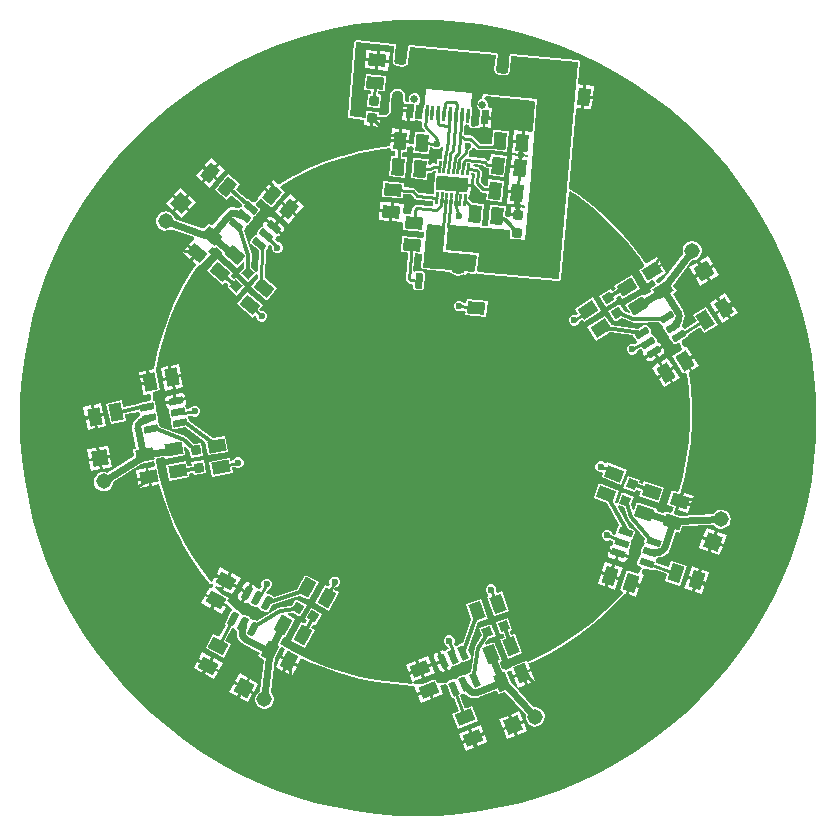
<source format=gtl>
G04*
G04 #@! TF.GenerationSoftware,Altium Limited,Altium Designer,25.8.1 (18)*
G04*
G04 Layer_Physical_Order=1*
G04 Layer_Color=255*
%FSLAX44Y44*%
%MOMM*%
G71*
G04*
G04 #@! TF.SameCoordinates,47027A52-A871-4FAA-A7FE-F427427C3117*
G04*
G04*
G04 #@! TF.FilePolarity,Positive*
G04*
G01*
G75*
G04:AMPARAMS|DCode=14|XSize=0.3mm|YSize=1.15mm|CornerRadius=0mm|HoleSize=0mm|Usage=FLASHONLY|Rotation=175.000|XOffset=0mm|YOffset=0mm|HoleType=Round|Shape=Rectangle|*
%AMROTATEDRECTD14*
4,1,4,0.1995,0.5597,0.0993,-0.5859,-0.1995,-0.5597,-0.0993,0.5859,0.1995,0.5597,0.0*
%
%ADD14ROTATEDRECTD14*%

G04:AMPARAMS|DCode=15|XSize=0.6mm|YSize=1.15mm|CornerRadius=0mm|HoleSize=0mm|Usage=FLASHONLY|Rotation=175.000|XOffset=0mm|YOffset=0mm|HoleType=Round|Shape=Rectangle|*
%AMROTATEDRECTD15*
4,1,4,0.3490,0.5467,0.2487,-0.5990,-0.3490,-0.5467,-0.2487,0.5990,0.3490,0.5467,0.0*
%
%ADD15ROTATEDRECTD15*%

G04:AMPARAMS|DCode=16|XSize=1.21mm|YSize=0.58mm|CornerRadius=0.0725mm|HoleSize=0mm|Usage=FLASHONLY|Rotation=161.520|XOffset=0mm|YOffset=0mm|HoleType=Round|Shape=RoundedRectangle|*
%AMROUNDEDRECTD16*
21,1,1.2100,0.4350,0,0,161.52*
21,1,1.0650,0.5800,0,0,161.52*
1,1,0.1450,-0.4361,0.3751*
1,1,0.1450,0.5740,0.0375*
1,1,0.1450,0.4361,-0.3751*
1,1,0.1450,-0.5740,-0.0375*
%
%ADD16ROUNDEDRECTD16*%
G04:AMPARAMS|DCode=17|XSize=1.04mm|YSize=1.47mm|CornerRadius=0mm|HoleSize=0mm|Usage=FLASHONLY|Rotation=161.683|XOffset=0mm|YOffset=0mm|HoleType=Round|Shape=Rectangle|*
%AMROTATEDRECTD17*
4,1,4,0.7246,0.5343,0.2627,-0.8612,-0.7246,-0.5343,-0.2627,0.8612,0.7246,0.5343,0.0*
%
%ADD17ROTATEDRECTD17*%

G04:AMPARAMS|DCode=18|XSize=1.04mm|YSize=1.47mm|CornerRadius=0mm|HoleSize=0mm|Usage=FLASHONLY|Rotation=249.339|XOffset=0mm|YOffset=0mm|HoleType=Round|Shape=Rectangle|*
%AMROTATEDRECTD18*
4,1,4,-0.5043,0.7459,0.8712,0.2272,0.5043,-0.7459,-0.8712,-0.2272,-0.5043,0.7459,0.0*
%
%ADD18ROTATEDRECTD18*%

G04:AMPARAMS|DCode=19|XSize=1.04mm|YSize=1.47mm|CornerRadius=0mm|HoleSize=0mm|Usage=FLASHONLY|Rotation=250.657|XOffset=0mm|YOffset=0mm|HoleType=Round|Shape=Rectangle|*
%AMROTATEDRECTD19*
4,1,4,-0.5213,0.7341,0.8658,0.2472,0.5213,-0.7341,-0.8658,-0.2472,-0.5213,0.7341,0.0*
%
%ADD19ROTATEDRECTD19*%

G04:AMPARAMS|DCode=20|XSize=1.04mm|YSize=1.47mm|CornerRadius=0mm|HoleSize=0mm|Usage=FLASHONLY|Rotation=161.386|XOffset=0mm|YOffset=0mm|HoleType=Round|Shape=Rectangle|*
%AMROTATEDRECTD20*
4,1,4,0.7274,0.5306,0.2582,-0.8625,-0.7274,-0.5306,-0.2582,0.8625,0.7274,0.5306,0.0*
%
%ADD20ROTATEDRECTD20*%

G04:AMPARAMS|DCode=21|XSize=1.04mm|YSize=1.47mm|CornerRadius=0mm|HoleSize=0mm|Usage=FLASHONLY|Rotation=251.229|XOffset=0mm|YOffset=0mm|HoleType=Round|Shape=Rectangle|*
%AMROTATEDRECTD21*
4,1,4,-0.5286,0.7289,0.8632,0.2558,0.5286,-0.7289,-0.8632,-0.2558,-0.5286,0.7289,0.0*
%
%ADD21ROTATEDRECTD21*%

%ADD22P,1.1314X4X204.811*%
G04:AMPARAMS|DCode=23|XSize=1.04mm|YSize=1.47mm|CornerRadius=0mm|HoleSize=0mm|Usage=FLASHONLY|Rotation=173.998|XOffset=0mm|YOffset=0mm|HoleType=Round|Shape=Rectangle|*
%AMROTATEDRECTD23*
4,1,4,0.5940,0.6766,0.4403,-0.7853,-0.5940,-0.6766,-0.4403,0.7853,0.5940,0.6766,0.0*
%
%ADD23ROTATEDRECTD23*%

G04:AMPARAMS|DCode=24|XSize=1.04mm|YSize=1.47mm|CornerRadius=0mm|HoleSize=0mm|Usage=FLASHONLY|Rotation=175.000|XOffset=0mm|YOffset=0mm|HoleType=Round|Shape=Rectangle|*
%AMROTATEDRECTD24*
4,1,4,0.5821,0.6869,0.4540,-0.7775,-0.5821,-0.6869,-0.4540,0.7775,0.5821,0.6869,0.0*
%
%ADD24ROTATEDRECTD24*%

G04:AMPARAMS|DCode=25|XSize=1.04mm|YSize=1.47mm|CornerRadius=0mm|HoleSize=0mm|Usage=FLASHONLY|Rotation=174.344|XOffset=0mm|YOffset=0mm|HoleType=Round|Shape=Rectangle|*
%AMROTATEDRECTD25*
4,1,4,0.5899,0.6802,0.4450,-0.7827,-0.5899,-0.6802,-0.4450,0.7827,0.5899,0.6802,0.0*
%
%ADD25ROTATEDRECTD25*%

G04:AMPARAMS|DCode=26|XSize=1.04mm|YSize=1.47mm|CornerRadius=0mm|HoleSize=0mm|Usage=FLASHONLY|Rotation=302.066|XOffset=0mm|YOffset=0mm|HoleType=Round|Shape=Rectangle|*
%AMROTATEDRECTD26*
4,1,4,-0.8989,0.0505,0.3468,0.8309,0.8989,-0.0505,-0.3468,-0.8309,-0.8989,0.0505,0.0*
%
%ADD26ROTATEDRECTD26*%

G04:AMPARAMS|DCode=27|XSize=1.04mm|YSize=1.47mm|CornerRadius=0mm|HoleSize=0mm|Usage=FLASHONLY|Rotation=173.890|XOffset=0mm|YOffset=0mm|HoleType=Round|Shape=Rectangle|*
%AMROTATEDRECTD27*
4,1,4,0.5953,0.6755,0.4388,-0.7862,-0.5953,-0.6755,-0.4388,0.7862,0.5953,0.6755,0.0*
%
%ADD27ROTATEDRECTD27*%

%ADD28P,1.1314X4X400.43*%
G04:AMPARAMS|DCode=29|XSize=2.7mm|YSize=1.2mm|CornerRadius=0mm|HoleSize=0mm|Usage=FLASHONLY|Rotation=355.000|XOffset=0mm|YOffset=0mm|HoleType=Round|Shape=Rectangle|*
%AMROTATEDRECTD29*
4,1,4,-1.3971,-0.4801,-1.2926,0.7154,1.3971,0.4801,1.2926,-0.7154,-1.3971,-0.4801,0.0*
%
%ADD29ROTATEDRECTD29*%

G04:AMPARAMS|DCode=30|XSize=1mm|YSize=0.24mm|CornerRadius=0mm|HoleSize=0mm|Usage=FLASHONLY|Rotation=85.000|XOffset=0mm|YOffset=0mm|HoleType=Round|Shape=Rectangle|*
%AMROTATEDRECTD30*
4,1,4,0.0760,-0.5086,-0.1631,-0.4876,-0.0760,0.5086,0.1631,0.4876,0.0760,-0.5086,0.0*
%
%ADD30ROTATEDRECTD30*%

G04:AMPARAMS|DCode=31|XSize=1.04mm|YSize=1.47mm|CornerRadius=0mm|HoleSize=0mm|Usage=FLASHONLY|Rotation=212.521|XOffset=0mm|YOffset=0mm|HoleType=Round|Shape=Rectangle|*
%AMROTATEDRECTD31*
4,1,4,0.0433,0.8993,0.8336,-0.3402,-0.0433,-0.8993,-0.8336,0.3402,0.0433,0.8993,0.0*
%
%ADD31ROTATEDRECTD31*%

G04:AMPARAMS|DCode=32|XSize=1.04mm|YSize=1.47mm|CornerRadius=0mm|HoleSize=0mm|Usage=FLASHONLY|Rotation=212.223|XOffset=0mm|YOffset=0mm|HoleType=Round|Shape=Rectangle|*
%AMROTATEDRECTD32*
4,1,4,0.0480,0.8991,0.8318,-0.3445,-0.0480,-0.8991,-0.8318,0.3445,0.0480,0.8991,0.0*
%
%ADD32ROTATEDRECTD32*%

G04:AMPARAMS|DCode=33|XSize=1.21mm|YSize=0.58mm|CornerRadius=0.0725mm|HoleSize=0mm|Usage=FLASHONLY|Rotation=212.357|XOffset=0mm|YOffset=0mm|HoleType=Round|Shape=RoundedRectangle|*
%AMROUNDEDRECTD33*
21,1,1.2100,0.4350,0,0,212.357*
21,1,1.0650,0.5800,0,0,212.357*
1,1,0.1450,-0.5662,-0.1013*
1,1,0.1450,0.3334,0.4687*
1,1,0.1450,0.5662,0.1013*
1,1,0.1450,-0.3334,-0.4687*
%
%ADD33ROUNDEDRECTD33*%
G04:AMPARAMS|DCode=34|XSize=1.04mm|YSize=1.47mm|CornerRadius=0mm|HoleSize=0mm|Usage=FLASHONLY|Rotation=303.261|XOffset=0mm|YOffset=0mm|HoleType=Round|Shape=Rectangle|*
%AMROTATEDRECTD34*
4,1,4,-0.8998,0.0317,0.3294,0.8379,0.8998,-0.0317,-0.3294,-0.8379,-0.8998,0.0317,0.0*
%
%ADD34ROTATEDRECTD34*%

G04:AMPARAMS|DCode=35|XSize=1.04mm|YSize=1.47mm|CornerRadius=0mm|HoleSize=0mm|Usage=FLASHONLY|Rotation=85.000|XOffset=0mm|YOffset=0mm|HoleType=Round|Shape=Rectangle|*
%AMROTATEDRECTD35*
4,1,4,0.6869,-0.5821,-0.7775,-0.4540,-0.6869,0.5821,0.7775,0.4540,0.6869,-0.5821,0.0*
%
%ADD35ROTATEDRECTD35*%

G04:AMPARAMS|DCode=36|XSize=1.04mm|YSize=1.47mm|CornerRadius=0mm|HoleSize=0mm|Usage=FLASHONLY|Rotation=200.137|XOffset=0mm|YOffset=0mm|HoleType=Round|Shape=Rectangle|*
%AMROTATEDRECTD36*
4,1,4,0.2352,0.8691,0.7413,-0.5111,-0.2352,-0.8691,-0.7413,0.5111,0.2352,0.8691,0.0*
%
%ADD36ROTATEDRECTD36*%

G04:AMPARAMS|DCode=37|XSize=1.04mm|YSize=1.47mm|CornerRadius=0mm|HoleSize=0mm|Usage=FLASHONLY|Rotation=201.702|XOffset=0mm|YOffset=0mm|HoleType=Round|Shape=Rectangle|*
%AMROTATEDRECTD37*
4,1,4,0.2114,0.8752,0.7549,-0.4906,-0.2114,-0.8752,-0.7549,0.4906,0.2114,0.8752,0.0*
%
%ADD37ROTATEDRECTD37*%

G04:AMPARAMS|DCode=38|XSize=1.21mm|YSize=0.58mm|CornerRadius=0.0725mm|HoleSize=0mm|Usage=FLASHONLY|Rotation=111.993|XOffset=0mm|YOffset=0mm|HoleType=Round|Shape=RoundedRectangle|*
%AMROUNDEDRECTD38*
21,1,1.2100,0.4350,0,0,111.993*
21,1,1.0650,0.5800,0,0,111.993*
1,1,0.1450,0.0023,0.5752*
1,1,0.1450,0.4011,-0.4123*
1,1,0.1450,-0.0023,-0.5752*
1,1,0.1450,-0.4011,0.4123*
%
%ADD38ROUNDEDRECTD38*%
G04:AMPARAMS|DCode=39|XSize=1.04mm|YSize=1.47mm|CornerRadius=0mm|HoleSize=0mm|Usage=FLASHONLY|Rotation=112.156|XOffset=0mm|YOffset=0mm|HoleType=Round|Shape=Rectangle|*
%AMROTATEDRECTD39*
4,1,4,0.8768,-0.2044,-0.4846,-0.7588,-0.8768,0.2044,0.4846,0.7588,0.8768,-0.2044,0.0*
%
%ADD39ROTATEDRECTD39*%

%ADD40P,1.1314X4X220.0*%
G04:AMPARAMS|DCode=41|XSize=1.04mm|YSize=1.47mm|CornerRadius=0mm|HoleSize=0mm|Usage=FLASHONLY|Rotation=320.033|XOffset=0mm|YOffset=0mm|HoleType=Round|Shape=Rectangle|*
%AMROTATEDRECTD41*
4,1,4,-0.8707,-0.2293,0.0736,0.8973,0.8707,0.2293,-0.0736,-0.8973,-0.8707,-0.2293,0.0*
%
%ADD41ROTATEDRECTD41*%

G04:AMPARAMS|DCode=42|XSize=1.04mm|YSize=1.47mm|CornerRadius=0mm|HoleSize=0mm|Usage=FLASHONLY|Rotation=320.331|XOffset=0mm|YOffset=0mm|HoleType=Round|Shape=Rectangle|*
%AMROTATEDRECTD42*
4,1,4,-0.8695,-0.2338,0.0689,0.8977,0.8695,0.2338,-0.0689,-0.8977,-0.8695,-0.2338,0.0*
%
%ADD42ROTATEDRECTD42*%

G04:AMPARAMS|DCode=43|XSize=1.21mm|YSize=0.58mm|CornerRadius=0.0725mm|HoleSize=0mm|Usage=FLASHONLY|Rotation=320.167|XOffset=0mm|YOffset=0mm|HoleType=Round|Shape=RoundedRectangle|*
%AMROUNDEDRECTD43*
21,1,1.2100,0.4350,0,0,320.167*
21,1,1.0650,0.5800,0,0,320.167*
1,1,0.1450,0.2696,-0.5081*
1,1,0.1450,-0.5482,0.1741*
1,1,0.1450,-0.2696,0.5081*
1,1,0.1450,0.5482,-0.1741*
%
%ADD43ROUNDEDRECTD43*%
G04:AMPARAMS|DCode=44|XSize=1.04mm|YSize=1.47mm|CornerRadius=0mm|HoleSize=0mm|Usage=FLASHONLY|Rotation=50.239|XOffset=0mm|YOffset=0mm|HoleType=Round|Shape=Rectangle|*
%AMROTATEDRECTD44*
4,1,4,0.2324,-0.8698,-0.8976,0.0704,-0.2324,0.8698,0.8976,-0.0704,0.2324,-0.8698,0.0*
%
%ADD44ROTATEDRECTD44*%

G04:AMPARAMS|DCode=45|XSize=1.04mm|YSize=1.47mm|CornerRadius=0mm|HoleSize=0mm|Usage=FLASHONLY|Rotation=151.848|XOffset=0mm|YOffset=0mm|HoleType=Round|Shape=Rectangle|*
%AMROTATEDRECTD45*
4,1,4,0.8053,0.4027,0.1117,-0.8934,-0.8053,-0.4027,-0.1117,0.8934,0.8053,0.4027,0.0*
%
%ADD45ROTATEDRECTD45*%

G04:AMPARAMS|DCode=46|XSize=1.04mm|YSize=1.47mm|CornerRadius=0mm|HoleSize=0mm|Usage=FLASHONLY|Rotation=49.876|XOffset=0mm|YOffset=0mm|HoleType=Round|Shape=Rectangle|*
%AMROTATEDRECTD46*
4,1,4,0.2269,-0.8713,-0.8971,0.0761,-0.2269,0.8713,0.8971,-0.0761,0.2269,-0.8713,0.0*
%
%ADD46ROTATEDRECTD46*%

G04:AMPARAMS|DCode=47|XSize=1.04mm|YSize=1.47mm|CornerRadius=0mm|HoleSize=0mm|Usage=FLASHONLY|Rotation=100.862|XOffset=0mm|YOffset=0mm|HoleType=Round|Shape=Rectangle|*
%AMROTATEDRECTD47*
4,1,4,0.8198,-0.3722,-0.6238,-0.6492,-0.8198,0.3722,0.6238,0.6492,0.8198,-0.3722,0.0*
%
%ADD47ROTATEDRECTD47*%

G04:AMPARAMS|DCode=48|XSize=1.04mm|YSize=1.47mm|CornerRadius=0mm|HoleSize=0mm|Usage=FLASHONLY|Rotation=152.131|XOffset=0mm|YOffset=0mm|HoleType=Round|Shape=Rectangle|*
%AMROTATEDRECTD48*
4,1,4,0.8033,0.4067,0.1161,-0.8928,-0.8033,-0.4067,-0.1161,0.8928,0.8033,0.4067,0.0*
%
%ADD48ROTATEDRECTD48*%

G04:AMPARAMS|DCode=49|XSize=1.04mm|YSize=1.47mm|CornerRadius=0mm|HoleSize=0mm|Usage=FLASHONLY|Rotation=111.859|XOffset=0mm|YOffset=0mm|HoleType=Round|Shape=Rectangle|*
%AMROTATEDRECTD49*
4,1,4,0.8758,-0.2090,-0.4885,-0.7563,-0.8758,0.2090,0.4885,0.7563,0.8758,-0.2090,0.0*
%
%ADD49ROTATEDRECTD49*%

G04:AMPARAMS|DCode=50|XSize=1.21mm|YSize=0.58mm|CornerRadius=0.0725mm|HoleSize=0mm|Usage=FLASHONLY|Rotation=62.422|XOffset=0mm|YOffset=0mm|HoleType=Round|Shape=RoundedRectangle|*
%AMROUNDEDRECTD50*
21,1,1.2100,0.4350,0,0,62.422*
21,1,1.0650,0.5800,0,0,62.422*
1,1,0.1450,0.4393,0.3713*
1,1,0.1450,-0.0537,-0.5727*
1,1,0.1450,-0.4393,-0.3713*
1,1,0.1450,0.0537,0.5727*
%
%ADD50ROUNDEDRECTD50*%
G04:AMPARAMS|DCode=51|XSize=1.04mm|YSize=1.47mm|CornerRadius=0mm|HoleSize=0mm|Usage=FLASHONLY|Rotation=62.288|XOffset=0mm|YOffset=0mm|HoleType=Round|Shape=Rectangle|*
%AMROTATEDRECTD51*
4,1,4,0.4089,-0.8022,-0.8925,-0.1186,-0.4089,0.8022,0.8925,0.1186,0.4089,-0.8022,0.0*
%
%ADD51ROTATEDRECTD51*%

G04:AMPARAMS|DCode=52|XSize=1.04mm|YSize=1.47mm|CornerRadius=0mm|HoleSize=0mm|Usage=FLASHONLY|Rotation=62.585|XOffset=0mm|YOffset=0mm|HoleType=Round|Shape=Rectangle|*
%AMROTATEDRECTD52*
4,1,4,0.4130,-0.8000,-0.8919,-0.1232,-0.4130,0.8000,0.8919,0.1232,0.4130,-0.8000,0.0*
%
%ADD52ROTATEDRECTD52*%

G04:AMPARAMS|DCode=53|XSize=1.04mm|YSize=1.47mm|CornerRadius=0mm|HoleSize=0mm|Usage=FLASHONLY|Rotation=11.095|XOffset=0mm|YOffset=0mm|HoleType=Round|Shape=Rectangle|*
%AMROTATEDRECTD53*
4,1,4,-0.3688,-0.8213,-0.6517,0.6212,0.3688,0.8213,0.6517,-0.6212,-0.3688,-0.8213,0.0*
%
%ADD53ROTATEDRECTD53*%

G04:AMPARAMS|DCode=54|XSize=1.21mm|YSize=0.58mm|CornerRadius=0.0725mm|HoleSize=0mm|Usage=FLASHONLY|Rotation=11.229|XOffset=0mm|YOffset=0mm|HoleType=Round|Shape=RoundedRectangle|*
%AMROUNDEDRECTD54*
21,1,1.2100,0.4350,0,0,11.229*
21,1,1.0650,0.5800,0,0,11.229*
1,1,0.1450,0.5647,-0.1096*
1,1,0.1450,-0.4800,-0.3170*
1,1,0.1450,-0.5647,0.1096*
1,1,0.1450,0.4800,0.3170*
%
%ADD54ROUNDEDRECTD54*%
G04:AMPARAMS|DCode=55|XSize=1.04mm|YSize=1.47mm|CornerRadius=0mm|HoleSize=0mm|Usage=FLASHONLY|Rotation=11.393|XOffset=0mm|YOffset=0mm|HoleType=Round|Shape=Rectangle|*
%AMROTATEDRECTD55*
4,1,4,-0.3646,-0.8232,-0.6549,0.6178,0.3646,0.8232,0.6549,-0.6178,-0.3646,-0.8232,0.0*
%
%ADD55ROTATEDRECTD55*%

G04:AMPARAMS|DCode=56|XSize=1.04mm|YSize=1.47mm|CornerRadius=0mm|HoleSize=0mm|Usage=FLASHONLY|Rotation=100.938|XOffset=0mm|YOffset=0mm|HoleType=Round|Shape=Rectangle|*
%AMROTATEDRECTD56*
4,1,4,0.8203,-0.3711,-0.6230,-0.6500,-0.8203,0.3711,0.6230,0.6500,0.8203,-0.3711,0.0*
%
%ADD56ROTATEDRECTD56*%

G04:AMPARAMS|DCode=57|XSize=1.32mm|YSize=0.6mm|CornerRadius=0.075mm|HoleSize=0mm|Usage=FLASHONLY|Rotation=85.000|XOffset=0mm|YOffset=0mm|HoleType=Round|Shape=RoundedRectangle|*
%AMROUNDEDRECTD57*
21,1,1.3200,0.4500,0,0,85.0*
21,1,1.1700,0.6000,0,0,85.0*
1,1,0.1500,0.2751,0.5632*
1,1,0.1500,0.1732,-0.6024*
1,1,0.1500,-0.2751,-0.5632*
1,1,0.1500,-0.1732,0.6024*
%
%ADD57ROUNDEDRECTD57*%
G04:AMPARAMS|DCode=58|XSize=1.04mm|YSize=1.47mm|CornerRadius=0mm|HoleSize=0mm|Usage=FLASHONLY|Rotation=301.494|XOffset=0mm|YOffset=0mm|HoleType=Round|Shape=Rectangle|*
%AMROTATEDRECTD58*
4,1,4,-0.8984,0.0594,0.3551,0.8274,0.8984,-0.0594,-0.3551,-0.8274,-0.8984,0.0594,0.0*
%
%ADD58ROTATEDRECTD58*%

%ADD59P,1.1314X4X255.648*%
G04:AMPARAMS|DCode=60|XSize=1.04mm|YSize=1.47mm|CornerRadius=0mm|HoleSize=0mm|Usage=FLASHONLY|Rotation=201.130|XOffset=0mm|YOffset=0mm|HoleType=Round|Shape=Rectangle|*
%AMROTATEDRECTD60*
4,1,4,0.2201,0.8730,0.7500,-0.4981,-0.2201,-0.8730,-0.7500,0.4981,0.2201,0.8730,0.0*
%
%ADD60ROTATEDRECTD60*%

%ADD61P,1.1314X4X155.284*%
G04:AMPARAMS|DCode=62|XSize=1.04mm|YSize=1.47mm|CornerRadius=0mm|HoleSize=0mm|Usage=FLASHONLY|Rotation=100.366|XOffset=0mm|YOffset=0mm|HoleType=Round|Shape=Rectangle|*
%AMROTATEDRECTD62*
4,1,4,0.8166,-0.3793,-0.6294,-0.6438,-0.8166,0.3793,0.6294,0.6438,0.8166,-0.3793,0.0*
%
%ADD62ROTATEDRECTD62*%

%ADD63P,1.1314X4X54.52*%
G04:AMPARAMS|DCode=64|XSize=1.04mm|YSize=1.47mm|CornerRadius=0mm|HoleSize=0mm|Usage=FLASHONLY|Rotation=49.304|XOffset=0mm|YOffset=0mm|HoleType=Round|Shape=Rectangle|*
%AMROTATEDRECTD64*
4,1,4,0.2182,-0.8735,-0.8963,0.0850,-0.2182,0.8735,0.8963,-0.0850,0.2182,-0.8735,0.0*
%
%ADD64ROTATEDRECTD64*%

%ADD65P,1.1314X4X363.458*%
%ADD66P,1.1314X4X105.713*%
G04:AMPARAMS|DCode=67|XSize=1.04mm|YSize=1.47mm|CornerRadius=0mm|HoleSize=0mm|Usage=FLASHONLY|Rotation=151.559|XOffset=0mm|YOffset=0mm|HoleType=Round|Shape=Rectangle|*
%AMROTATEDRECTD67*
4,1,4,0.8073,0.3986,0.1072,-0.8939,-0.8073,-0.3986,-0.1072,0.8939,0.8073,0.3986,0.0*
%
%ADD67ROTATEDRECTD67*%

G04:AMPARAMS|DCode=68|XSize=1.04mm|YSize=1.47mm|CornerRadius=0mm|HoleSize=0mm|Usage=FLASHONLY|Rotation=174.813|XOffset=0mm|YOffset=0mm|HoleType=Round|Shape=Rectangle|*
%AMROTATEDRECTD68*
4,1,4,0.5843,0.6850,0.4514,-0.7790,-0.5843,-0.6850,-0.4514,0.7790,0.5843,0.6850,0.0*
%
%ADD68ROTATEDRECTD68*%

G04:AMPARAMS|DCode=114|XSize=1mm|YSize=1.02mm|CornerRadius=0mm|HoleSize=0mm|Usage=FLASHONLY|Rotation=265.000|XOffset=0mm|YOffset=0mm|HoleType=Round|Shape=Rectangle|*
%AMROTATEDRECTD114*
4,1,4,-0.4645,0.5425,0.5516,0.4537,0.4645,-0.5425,-0.5516,-0.4537,-0.4645,0.5425,0.0*
%
%ADD114ROTATEDRECTD114*%

%ADD136C,0.6000*%
%ADD137C,0.3000*%
%ADD138C,0.2540*%
%ADD139C,0.7000*%
%ADD140C,0.4000*%
%ADD141C,0.6500*%
G04:AMPARAMS|DCode=142|XSize=2.1mm|YSize=1mm|CornerRadius=0mm|HoleSize=0mm|Usage=FLASHONLY|Rotation=265.000|XOffset=0mm|YOffset=0mm|HoleType=Round|Shape=Round|*
%AMOVALD142*
21,1,1.1000,1.0000,0.0000,0.0000,265.0*
1,1,1.0000,0.0479,0.5479*
1,1,1.0000,-0.0479,-0.5479*
%
%ADD142OVALD142*%

G04:AMPARAMS|DCode=143|XSize=1.8mm|YSize=1mm|CornerRadius=0.25mm|HoleSize=0mm|Usage=FLASHONLY|Rotation=265.000|XOffset=0mm|YOffset=0mm|HoleType=Round|Shape=RoundedRectangle|*
%AMROUNDEDRECTD143*
21,1,1.8000,0.5000,0,0,265.0*
21,1,1.3000,1.0000,0,0,265.0*
1,1,0.5000,-0.3057,-0.6257*
1,1,0.5000,-0.1924,0.6693*
1,1,0.5000,0.3057,0.6257*
1,1,0.5000,0.1924,-0.6693*
%
%ADD143ROUNDEDRECTD143*%
%ADD144C,1.3080*%
%ADD145P,1.8498X4X114.94*%
%ADD146P,1.8498X4X165.777*%
%ADD147P,1.8498X4X65.413*%
%ADD148P,1.8498X4X273.587*%
%ADD149P,1.8498X4X375.842*%
%ADD150P,1.8498X4X324.649*%
%ADD151C,0.6000*%
G36*
X1497647Y1316732D02*
X1515246Y1315347D01*
X1532749Y1313042D01*
X1550107Y1309825D01*
X1567272Y1305704D01*
X1584199Y1300690D01*
X1600840Y1294798D01*
X1617149Y1288042D01*
X1633083Y1280442D01*
X1648597Y1272019D01*
X1663649Y1262795D01*
X1678198Y1252796D01*
X1692203Y1242049D01*
X1705627Y1230584D01*
X1718432Y1218432D01*
X1730584Y1205627D01*
X1742049Y1192203D01*
X1752796Y1178198D01*
X1762795Y1163649D01*
X1772018Y1148597D01*
X1780442Y1133083D01*
X1788042Y1117149D01*
X1794798Y1100839D01*
X1800690Y1084199D01*
X1805704Y1067272D01*
X1809825Y1050107D01*
X1813042Y1032749D01*
X1815347Y1015246D01*
X1816732Y997647D01*
X1817194Y980000D01*
X1816732Y962353D01*
X1815347Y944754D01*
X1813042Y927251D01*
X1809825Y909893D01*
X1805704Y892728D01*
X1800690Y875801D01*
X1794798Y859161D01*
X1788042Y842851D01*
X1780442Y826917D01*
X1772018Y811403D01*
X1762795Y796351D01*
X1752796Y781802D01*
X1742049Y767797D01*
X1730584Y754373D01*
X1718432Y741568D01*
X1705627Y729416D01*
X1692203Y717951D01*
X1678198Y707204D01*
X1663649Y697205D01*
X1648597Y687981D01*
X1633083Y679558D01*
X1617149Y671958D01*
X1600840Y665202D01*
X1584199Y659309D01*
X1567272Y654296D01*
X1550107Y650175D01*
X1532749Y646957D01*
X1515246Y644653D01*
X1497647Y643268D01*
X1480000Y642806D01*
X1462353Y643268D01*
X1444754Y644653D01*
X1427251Y646957D01*
X1409893Y650175D01*
X1392728Y654296D01*
X1375801Y659309D01*
X1359160Y665202D01*
X1342851Y671958D01*
X1326917Y679558D01*
X1311403Y687981D01*
X1296351Y697205D01*
X1281802Y707204D01*
X1267797Y717951D01*
X1254373Y729416D01*
X1241568Y741568D01*
X1229416Y754373D01*
X1217951Y767797D01*
X1207204Y781802D01*
X1197205Y796351D01*
X1187981Y811403D01*
X1179558Y826917D01*
X1171958Y842851D01*
X1165202Y859161D01*
X1159309Y875801D01*
X1154296Y892728D01*
X1150175Y909893D01*
X1146957Y927251D01*
X1144653Y944754D01*
X1143268Y962353D01*
X1142806Y980000D01*
X1143268Y997647D01*
X1144653Y1015246D01*
X1146957Y1032749D01*
X1150175Y1050107D01*
X1154296Y1067272D01*
X1159309Y1084199D01*
X1165202Y1100839D01*
X1171958Y1117149D01*
X1179558Y1133083D01*
X1187981Y1148597D01*
X1197205Y1163649D01*
X1207204Y1178198D01*
X1217951Y1192203D01*
X1229416Y1205627D01*
X1241568Y1218432D01*
X1254373Y1230584D01*
X1267797Y1242049D01*
X1281802Y1252796D01*
X1296351Y1262795D01*
X1311403Y1272019D01*
X1326917Y1280442D01*
X1342851Y1288042D01*
X1359160Y1294798D01*
X1375801Y1300690D01*
X1392728Y1305704D01*
X1409893Y1309825D01*
X1427251Y1313042D01*
X1444754Y1315347D01*
X1462353Y1316732D01*
X1480000Y1317194D01*
X1497647Y1316732D01*
D02*
G37*
%LPC*%
G36*
X1622332Y1261507D02*
X1621430Y1252934D01*
X1627865Y1252258D01*
X1628766Y1260831D01*
X1622332Y1261507D01*
D02*
G37*
G36*
X1427721Y1299559D02*
X1426517Y1299180D01*
X1425934Y1298060D01*
X1420456Y1235449D01*
X1420835Y1234245D01*
X1421955Y1233662D01*
X1434368Y1232576D01*
X1433941Y1227704D01*
X1439191Y1227245D01*
X1439761Y1233760D01*
X1441026Y1233649D01*
X1441137Y1234914D01*
X1447798Y1234331D01*
X1447931Y1234848D01*
X1452935D01*
X1454101Y1235331D01*
X1456553Y1237784D01*
X1456652Y1238023D01*
X1456850Y1238189D01*
X1456885Y1238584D01*
X1457037Y1238950D01*
X1456938Y1239189D01*
X1456960Y1239446D01*
X1456712Y1240234D01*
X1456651Y1241625D01*
X1457591Y1252368D01*
X1457892Y1253728D01*
X1458485Y1254866D01*
X1459352Y1255812D01*
X1460435Y1256502D01*
X1461658Y1256888D01*
X1462941Y1256944D01*
X1464194Y1256666D01*
X1465332Y1256074D01*
X1466279Y1255207D01*
X1466968Y1254124D01*
X1467354Y1252900D01*
X1467415Y1251509D01*
X1467180Y1248824D01*
X1467183Y1248816D01*
X1467178Y1248807D01*
X1467372Y1248215D01*
X1467560Y1247620D01*
X1467568Y1247616D01*
X1467570Y1247607D01*
X1467784Y1247358D01*
X1467281Y1241611D01*
X1472800Y1241128D01*
X1472689Y1239863D01*
X1473954Y1239753D01*
X1473232Y1231494D01*
X1477485Y1231122D01*
X1477574Y1232134D01*
X1482605Y1231694D01*
X1483569Y1230545D01*
X1483298Y1227441D01*
X1483298Y1227441D01*
X1483419Y1226336D01*
X1483953Y1225362D01*
X1485977Y1222950D01*
X1485284Y1221620D01*
X1477354Y1222314D01*
X1476492Y1212466D01*
X1475547Y1211766D01*
X1474904Y1211521D01*
X1474659Y1211604D01*
X1473198Y1211508D01*
X1472149Y1212581D01*
X1472150Y1212586D01*
X1464439Y1213261D01*
X1456728Y1213935D01*
X1456508Y1211412D01*
X1455880Y1210101D01*
X1445179Y1208692D01*
X1445129Y1208663D01*
X1445072Y1208675D01*
X1430463Y1205769D01*
X1430415Y1205737D01*
X1430358Y1205744D01*
X1415970Y1201889D01*
X1415925Y1201854D01*
X1415867Y1201858D01*
X1401762Y1197070D01*
X1401719Y1197032D01*
X1401661D01*
X1387900Y1191331D01*
X1387859Y1191291D01*
X1387802Y1191287D01*
X1374442Y1184699D01*
X1374404Y1184656D01*
X1374347Y1184648D01*
X1362657Y1177898D01*
X1361608Y1178039D01*
X1361007Y1178266D01*
X1357023Y1181605D01*
X1351485Y1174999D01*
X1357418Y1170027D01*
X1355786Y1168080D01*
X1349854Y1173052D01*
X1344317Y1166445D01*
Y1166445D01*
X1344292Y1165282D01*
X1341506Y1163144D01*
X1341489Y1163115D01*
X1341445Y1163056D01*
X1341367Y1163026D01*
X1340081Y1162685D01*
X1339570Y1162762D01*
X1337066Y1164852D01*
X1336280Y1165280D01*
X1335390Y1165374D01*
X1334945Y1165243D01*
X1325511Y1173067D01*
X1329320Y1177660D01*
X1318969Y1186244D01*
X1307639Y1172583D01*
X1317991Y1163998D01*
X1321575Y1168320D01*
X1330673Y1160775D01*
X1330649Y1160484D01*
X1330621Y1160433D01*
X1330527Y1159544D01*
X1330562Y1159425D01*
X1330552Y1159313D01*
X1329505Y1158058D01*
X1329305Y1158079D01*
X1328447Y1157826D01*
X1327914Y1157395D01*
X1326941Y1157784D01*
X1326080Y1157944D01*
X1325218Y1158113D01*
X1321332Y1158102D01*
X1319568Y1157747D01*
X1318814Y1157240D01*
X1318074Y1156743D01*
X1318074Y1156743D01*
X1316461Y1155121D01*
X1316354Y1154960D01*
X1316204Y1154840D01*
X1305548Y1142197D01*
X1302727Y1144575D01*
X1298468Y1139522D01*
X1273915Y1148659D01*
X1273387Y1150228D01*
X1272212Y1151997D01*
X1270620Y1153402D01*
X1268718Y1154346D01*
X1266637Y1154766D01*
X1264518Y1154633D01*
X1262505Y1153957D01*
X1260736Y1152782D01*
X1259332Y1151190D01*
X1258387Y1149288D01*
X1257967Y1147207D01*
X1258100Y1145088D01*
X1258777Y1143075D01*
X1259951Y1141306D01*
X1261544Y1139902D01*
X1263445Y1138957D01*
X1265527Y1138537D01*
X1267646Y1138670D01*
X1269658Y1139347D01*
X1270674Y1140021D01*
X1289879Y1132875D01*
X1290115Y1131187D01*
X1286319Y1126684D01*
X1293882Y1120310D01*
X1293064Y1119339D01*
X1294035Y1118521D01*
X1289046Y1112602D01*
X1291037Y1110925D01*
X1291944Y1109788D01*
X1287803Y1103590D01*
X1287792Y1103534D01*
X1287746Y1103499D01*
X1280298Y1090599D01*
X1280291Y1090542D01*
X1280247Y1090504D01*
X1273659Y1077145D01*
X1273656Y1077087D01*
X1273615Y1077046D01*
X1267915Y1063285D01*
Y1063227D01*
X1267877Y1063184D01*
X1263089Y1049079D01*
X1263092Y1049022D01*
X1263057Y1048976D01*
X1259202Y1034588D01*
X1259210Y1034531D01*
X1259178Y1034483D01*
X1256561Y1021327D01*
X1252461Y1020523D01*
X1254364Y1010817D01*
X1253118Y1010573D01*
X1253362Y1009327D01*
X1245767Y1007837D01*
X1247425Y999378D01*
X1252816Y1000435D01*
X1253942Y999445D01*
X1253656Y995074D01*
X1252404Y994383D01*
X1244108Y992736D01*
X1243281Y992394D01*
X1242648Y991761D01*
X1242470Y991333D01*
X1230456Y988912D01*
X1229278Y994762D01*
X1216095Y992105D01*
X1219600Y974707D01*
X1232783Y977364D01*
X1231674Y982867D01*
X1243261Y985202D01*
X1243472Y985000D01*
X1243494Y984947D01*
X1244127Y984314D01*
X1244240Y984267D01*
X1244322Y984189D01*
X1244640Y982586D01*
X1244498Y982444D01*
X1244155Y981617D01*
X1244155Y981374D01*
X1243740Y981173D01*
X1243515Y981003D01*
X1243075Y980821D01*
X1240930Y979175D01*
X1239284Y977030D01*
X1238249Y974532D01*
X1237896Y971851D01*
X1238089Y970392D01*
X1238086Y969880D01*
X1241185Y953841D01*
X1238298Y953283D01*
X1239307Y948064D01*
X1216726Y933546D01*
X1215461Y934015D01*
X1213347Y934213D01*
X1211253Y933857D01*
X1209324Y932972D01*
X1207689Y931617D01*
X1206460Y929885D01*
X1205722Y927894D01*
X1205524Y925780D01*
X1205880Y923687D01*
X1206765Y921757D01*
X1208120Y920122D01*
X1209852Y918894D01*
X1211842Y918155D01*
X1213957Y917957D01*
X1216050Y918313D01*
X1217980Y919199D01*
X1219615Y920554D01*
X1220843Y922285D01*
X1221581Y924276D01*
X1221723Y925791D01*
X1245277Y940935D01*
X1256657Y943134D01*
X1257296Y939926D01*
X1256459Y938681D01*
X1251633Y937748D01*
X1253101Y930149D01*
X1254570Y922549D01*
X1260964Y923785D01*
X1263057Y915971D01*
X1263092Y915925D01*
X1263089Y915867D01*
X1267877Y901762D01*
X1267915Y901719D01*
Y901661D01*
X1273615Y887900D01*
X1273655Y887859D01*
X1273659Y887802D01*
X1280247Y874442D01*
X1280291Y874404D01*
X1280298Y874347D01*
X1287746Y861448D01*
X1287792Y861412D01*
X1287803Y861356D01*
X1296078Y848971D01*
X1296126Y848939D01*
X1296141Y848883D01*
X1303011Y839930D01*
X1303172Y839837D01*
X1303257Y839673D01*
X1303701Y839532D01*
X1304104Y839299D01*
X1304284Y839347D01*
X1304460Y839291D01*
X1305809Y839406D01*
X1306172Y839041D01*
X1306703Y838117D01*
X1306406Y837740D01*
X1306273Y837268D01*
X1306211Y837142D01*
X1305102Y836438D01*
X1304665Y836260D01*
X1303589Y836825D01*
X1300580Y831097D01*
X1309335Y826498D01*
X1318822Y821515D01*
X1319291Y821586D01*
X1322624Y818253D01*
X1322489Y817312D01*
X1321928Y816615D01*
X1316998Y807175D01*
X1316746Y806316D01*
X1316842Y805426D01*
X1317202Y804769D01*
X1311632Y794030D01*
X1306125Y796887D01*
X1299933Y784949D01*
X1315688Y776777D01*
X1321880Y788715D01*
X1316690Y791407D01*
X1322167Y801966D01*
X1322683Y801815D01*
X1323573Y801911D01*
X1323750Y802008D01*
X1325242Y801229D01*
X1325263Y801028D01*
X1325693Y800243D01*
X1326390Y799682D01*
X1326478Y799636D01*
X1326337Y798499D01*
X1326369Y798065D01*
X1326270Y797317D01*
X1326597Y794832D01*
X1327557Y792516D01*
X1329082Y790528D01*
X1331071Y789002D01*
X1331258Y788925D01*
X1331385Y788821D01*
X1345826Y781185D01*
X1344101Y777922D01*
X1349164Y775244D01*
X1346044Y748791D01*
X1344804Y748050D01*
X1343325Y746527D01*
X1342290Y744672D01*
X1341771Y742614D01*
X1341802Y740491D01*
X1342381Y738448D01*
X1343470Y736625D01*
X1344993Y735146D01*
X1346848Y734111D01*
X1348906Y733592D01*
X1351030Y733623D01*
X1353072Y734203D01*
X1354895Y735291D01*
X1356374Y736814D01*
X1357409Y738669D01*
X1357928Y740727D01*
X1357897Y742850D01*
X1357318Y744893D01*
X1356229Y746716D01*
X1355206Y747709D01*
X1358613Y776598D01*
X1363287Y785437D01*
X1364728Y785852D01*
X1367550Y784223D01*
X1364564Y778576D01*
X1371406Y774958D01*
X1378248Y771340D01*
X1381197Y776916D01*
X1387802Y773659D01*
X1387859Y773656D01*
X1387900Y773615D01*
X1401661Y767915D01*
X1401719D01*
X1401762Y767877D01*
X1415867Y763089D01*
X1415925Y763092D01*
X1415970Y763057D01*
X1430358Y759202D01*
X1430415Y759210D01*
X1430463Y759178D01*
X1445072Y756272D01*
X1445129Y756283D01*
X1445179Y756254D01*
X1459947Y754310D01*
X1460002Y754325D01*
X1460054Y754299D01*
X1474918Y753325D01*
X1475317Y753461D01*
X1476700Y753228D01*
X1479109Y747224D01*
X1488288Y750906D01*
X1488761Y749727D01*
X1489940Y750200D01*
X1492822Y743017D01*
X1500822Y746226D01*
X1498246Y752647D01*
X1499045Y753916D01*
X1503949Y754238D01*
X1503978Y754083D01*
X1507966Y744208D01*
X1508457Y743460D01*
X1509196Y742956D01*
X1509930Y742803D01*
X1514492Y731600D01*
X1508746Y729260D01*
X1513818Y716805D01*
X1530256Y723499D01*
X1525184Y735954D01*
X1519769Y733749D01*
X1515283Y744765D01*
X1515733Y745060D01*
X1516237Y745800D01*
X1516278Y745997D01*
X1517839Y746627D01*
X1518005Y746514D01*
X1518881Y746331D01*
X1519760Y746498D01*
X1519853Y746535D01*
X1520627Y745691D01*
X1520776Y745581D01*
X1520921Y745393D01*
X1522909Y743867D01*
X1525225Y742908D01*
X1527710Y742581D01*
X1530195Y742908D01*
X1530854Y743181D01*
X1531267Y743257D01*
X1546445Y749298D01*
X1547810Y745869D01*
X1553132Y747987D01*
X1571246Y728456D01*
X1571005Y727032D01*
X1571205Y724918D01*
X1571946Y722928D01*
X1573176Y721197D01*
X1574812Y719844D01*
X1576743Y718961D01*
X1578837Y718607D01*
X1580951Y718808D01*
X1582941Y719548D01*
X1584671Y720779D01*
X1586024Y722415D01*
X1586908Y724346D01*
X1587261Y726439D01*
X1587061Y728553D01*
X1586320Y730543D01*
X1585090Y732273D01*
X1583454Y733626D01*
X1581523Y734510D01*
X1579429Y734864D01*
X1578010Y734729D01*
X1558229Y756057D01*
X1555078Y763976D01*
X1555706Y765338D01*
X1558638Y766333D01*
X1559299Y765095D01*
X1560583Y761870D01*
X1567774Y764732D01*
X1574965Y767594D01*
X1573715Y770735D01*
X1573272Y772051D01*
X1577046Y773615D01*
X1577087Y773655D01*
X1577145Y773659D01*
X1590504Y780247D01*
X1590542Y780291D01*
X1590599Y780298D01*
X1603499Y787746D01*
X1603534Y787792D01*
X1603591Y787803D01*
X1615975Y796078D01*
X1616008Y796126D01*
X1616063Y796141D01*
X1627880Y805209D01*
X1627909Y805259D01*
X1627964Y805277D01*
X1639163Y815098D01*
X1639188Y815150D01*
X1639241Y815172D01*
X1649774Y825705D01*
X1649796Y825758D01*
X1649848Y825784D01*
X1654341Y830907D01*
X1654395Y831067D01*
X1654530Y831171D01*
X1655947Y831240D01*
X1659116Y840649D01*
X1660319Y840244D01*
X1660725Y841447D01*
X1668060Y838977D01*
X1670811Y847146D01*
X1669362Y847634D01*
X1669361Y847636D01*
X1669093Y849307D01*
X1670669Y851666D01*
X1670692Y851780D01*
X1670779Y851857D01*
X1671801Y852667D01*
X1672345Y852821D01*
X1676983Y851271D01*
X1677871Y851159D01*
X1678734Y851394D01*
X1679327Y851853D01*
X1689804Y848385D01*
X1690477Y847045D01*
X1688861Y842162D01*
X1701628Y837936D01*
X1707205Y854785D01*
X1694439Y859011D01*
X1692601Y853460D01*
X1681309Y857199D01*
X1681377Y857732D01*
X1681141Y858596D01*
X1681018Y858755D01*
X1681552Y860351D01*
X1681746Y860404D01*
X1682453Y860952D01*
X1682897Y861729D01*
X1682928Y861824D01*
X1684073Y861865D01*
X1684508Y861967D01*
X1686218Y862192D01*
X1688534Y863151D01*
X1690522Y864677D01*
X1692048Y866666D01*
X1692572Y867931D01*
X1692831Y868380D01*
X1698088Y883846D01*
X1701583Y882659D01*
X1703426Y888082D01*
X1730040Y889184D01*
X1730968Y888076D01*
X1732706Y886857D01*
X1734700Y886128D01*
X1736815Y885941D01*
X1738907Y886307D01*
X1740832Y887203D01*
X1742460Y888566D01*
X1743680Y890304D01*
X1744408Y892298D01*
X1744595Y894413D01*
X1744229Y896505D01*
X1743334Y898430D01*
X1741971Y900058D01*
X1740233Y901278D01*
X1738238Y902006D01*
X1736123Y902193D01*
X1734032Y901827D01*
X1732106Y900931D01*
X1730478Y899568D01*
X1729659Y898402D01*
X1700594Y897198D01*
X1696889Y898457D01*
X1696270Y899824D01*
X1697032Y901661D01*
X1697443Y902003D01*
X1700191Y910089D01*
X1702725Y917544D01*
X1702359Y917726D01*
X1705744Y930358D01*
X1705737Y930415D01*
X1705769Y930463D01*
X1708675Y945072D01*
X1708663Y945129D01*
X1708692Y945179D01*
X1710636Y959947D01*
X1710621Y960003D01*
X1710647Y960054D01*
X1711621Y974918D01*
X1711603Y974972D01*
X1711625Y975025D01*
Y982473D01*
Y989921D01*
X1711603Y989974D01*
X1711621Y990029D01*
X1710647Y1004892D01*
X1710621Y1004944D01*
X1710636Y1004999D01*
X1708967Y1017676D01*
X1708875Y1017837D01*
X1708884Y1018022D01*
X1709762Y1019285D01*
X1709768Y1019289D01*
X1704494Y1027656D01*
X1705569Y1028333D01*
X1704892Y1029407D01*
X1711440Y1033534D01*
X1706843Y1040826D01*
X1705542Y1040006D01*
X1704146Y1040554D01*
X1703344Y1043544D01*
X1703264Y1043649D01*
X1703262Y1043780D01*
X1703243Y1045057D01*
X1703459Y1045620D01*
X1703484Y1045646D01*
X1707543Y1048218D01*
X1708191Y1048835D01*
X1708553Y1049653D01*
X1708571Y1050402D01*
X1718772Y1056905D01*
X1722106Y1051675D01*
X1733446Y1058904D01*
X1723905Y1073869D01*
X1712565Y1066640D01*
X1715708Y1061710D01*
X1705679Y1055315D01*
X1705307Y1055704D01*
X1704489Y1056067D01*
X1704289Y1056072D01*
X1703388Y1057494D01*
X1703469Y1057678D01*
X1703491Y1058572D01*
X1703169Y1059407D01*
X1703115Y1059492D01*
X1703807Y1060405D01*
X1703999Y1060800D01*
X1704462Y1061404D01*
X1705421Y1063720D01*
X1705748Y1066205D01*
X1705421Y1068690D01*
X1704462Y1071005D01*
X1704343Y1071160D01*
X1704286Y1071310D01*
X1695614Y1085153D01*
X1698741Y1087113D01*
X1695700Y1091967D01*
X1711653Y1113298D01*
X1713098Y1113318D01*
X1715142Y1113895D01*
X1716966Y1114982D01*
X1718447Y1116503D01*
X1719483Y1118356D01*
X1720005Y1120415D01*
X1719976Y1122538D01*
X1719399Y1124581D01*
X1718313Y1126405D01*
X1716791Y1127886D01*
X1714938Y1128923D01*
X1712880Y1129445D01*
X1710757Y1129416D01*
X1708713Y1128838D01*
X1706889Y1127752D01*
X1705408Y1126230D01*
X1704371Y1124377D01*
X1703850Y1122319D01*
X1703879Y1120196D01*
X1704266Y1118824D01*
X1686844Y1095529D01*
X1684057Y1093782D01*
X1682601Y1094144D01*
X1681033Y1096860D01*
X1682147Y1097703D01*
X1690161Y1102723D01*
X1686726Y1108206D01*
X1678345Y1102955D01*
X1676996Y1105108D01*
X1685378Y1110358D01*
X1681943Y1115841D01*
X1673964Y1110843D01*
X1672729Y1110197D01*
X1668868Y1115975D01*
X1668820Y1116008D01*
X1668805Y1116063D01*
X1659738Y1127880D01*
X1659688Y1127909D01*
X1659669Y1127964D01*
X1649848Y1139163D01*
X1649796Y1139188D01*
X1649774Y1139241D01*
X1639241Y1149774D01*
X1639188Y1149796D01*
X1639163Y1149848D01*
X1627964Y1159669D01*
X1627909Y1159688D01*
X1627880Y1159737D01*
X1616063Y1168805D01*
X1616008Y1168820D01*
X1615975Y1168868D01*
X1609653Y1173092D01*
X1609443Y1173134D01*
X1609283Y1173277D01*
X1609080Y1173266D01*
X1608203Y1173710D01*
X1607690Y1174608D01*
X1613472Y1241473D01*
X1614629Y1242428D01*
X1617737Y1242101D01*
X1618772Y1251937D01*
X1619805Y1261773D01*
X1615269Y1262250D01*
X1616920Y1281352D01*
X1616732Y1281946D01*
X1616541Y1282555D01*
X1616540Y1282555D01*
X1616539Y1282556D01*
X1615933Y1282871D01*
X1615421Y1283138D01*
X1615419Y1283138D01*
X1615419Y1283138D01*
X1615419Y1283138D01*
X1559022Y1288072D01*
X1557818Y1287692D01*
X1557235Y1286572D01*
X1556129Y1273933D01*
X1555818Y1272867D01*
X1555227Y1272130D01*
X1554399Y1271676D01*
X1553295Y1271555D01*
X1548638Y1271962D01*
X1547572Y1272273D01*
X1546836Y1272864D01*
X1546381Y1273692D01*
X1546260Y1274796D01*
X1547366Y1287436D01*
X1546987Y1288640D01*
X1545867Y1289223D01*
X1472951Y1295602D01*
X1471747Y1295222D01*
X1471164Y1294102D01*
X1470058Y1281463D01*
X1469748Y1280397D01*
X1469156Y1279661D01*
X1468328Y1279206D01*
X1467225Y1279085D01*
X1462567Y1279493D01*
X1461501Y1279803D01*
X1460765Y1280395D01*
X1460310Y1281223D01*
X1460190Y1282327D01*
X1461295Y1294966D01*
X1460916Y1296170D01*
X1459796Y1296753D01*
X1427721Y1299559D01*
D02*
G37*
G36*
X1621165Y1250408D02*
X1620264Y1241836D01*
X1626698Y1241159D01*
X1627599Y1249732D01*
X1621165Y1250408D01*
D02*
G37*
G36*
X1467059Y1239081D02*
X1466448Y1232087D01*
X1470701Y1231715D01*
X1471313Y1238709D01*
X1467059Y1239081D01*
D02*
G37*
G36*
X1442181Y1232273D02*
X1441721Y1227023D01*
X1446971Y1226564D01*
X1447431Y1231814D01*
X1442181Y1232273D01*
D02*
G37*
G36*
X1457701Y1225053D02*
X1456950Y1216466D01*
X1463395Y1215902D01*
X1464146Y1224489D01*
X1457701Y1225053D01*
D02*
G37*
G36*
X1466677Y1224268D02*
X1465925Y1215680D01*
X1472371Y1215117D01*
X1473122Y1223704D01*
X1466677Y1224268D01*
D02*
G37*
G36*
X1304364Y1199676D02*
X1298861Y1193041D01*
X1303842Y1188911D01*
X1309344Y1195546D01*
X1304364Y1199676D01*
D02*
G37*
G36*
X1311299Y1193924D02*
X1305797Y1187289D01*
X1310777Y1183159D01*
X1316279Y1189794D01*
X1311299Y1193924D01*
D02*
G37*
G36*
X1297240Y1191086D02*
X1291737Y1184450D01*
X1296717Y1180320D01*
X1302220Y1186955D01*
X1297240Y1191086D01*
D02*
G37*
G36*
X1304175Y1185334D02*
X1298673Y1178699D01*
X1303653Y1174569D01*
X1309155Y1181204D01*
X1304175Y1185334D01*
D02*
G37*
G36*
X1278508Y1174468D02*
X1273342Y1168611D01*
X1279199Y1163445D01*
X1284365Y1169302D01*
X1278508Y1174468D01*
D02*
G37*
G36*
X1286270Y1167622D02*
X1281104Y1161764D01*
X1286961Y1156598D01*
X1292127Y1162455D01*
X1286270Y1167622D01*
D02*
G37*
G36*
X1271661Y1166706D02*
X1266495Y1160848D01*
X1272352Y1155682D01*
X1277518Y1161540D01*
X1271661Y1166706D01*
D02*
G37*
G36*
X1279423Y1159859D02*
X1274257Y1154002D01*
X1280114Y1148836D01*
X1285281Y1154693D01*
X1279423Y1159859D01*
D02*
G37*
G36*
X1284683Y1124741D02*
X1280513Y1119794D01*
X1287104Y1114239D01*
X1291274Y1119186D01*
X1284683Y1124741D01*
D02*
G37*
G36*
X1725316Y1116631D02*
X1718606Y1112634D01*
X1722603Y1105924D01*
X1729313Y1109921D01*
X1725316Y1116631D01*
D02*
G37*
G36*
X1716424Y1111335D02*
X1709714Y1107338D01*
X1713710Y1100628D01*
X1720421Y1104624D01*
X1716424Y1111335D01*
D02*
G37*
G36*
X1730612Y1107738D02*
X1723902Y1103742D01*
X1727899Y1097032D01*
X1734609Y1101028D01*
X1730612Y1107738D01*
D02*
G37*
G36*
X1721720Y1102442D02*
X1715010Y1098446D01*
X1719006Y1091736D01*
X1725717Y1095732D01*
X1721720Y1102442D01*
D02*
G37*
G36*
X1740067Y1085379D02*
X1734612Y1081901D01*
X1739246Y1074632D01*
X1744701Y1078110D01*
X1740067Y1085379D01*
D02*
G37*
G36*
X1732470Y1080535D02*
X1727014Y1077057D01*
X1731648Y1069788D01*
X1737104Y1073267D01*
X1732470Y1080535D01*
D02*
G37*
G36*
X1746067Y1075969D02*
X1740611Y1072490D01*
X1745245Y1065222D01*
X1750701Y1068700D01*
X1746067Y1075969D01*
D02*
G37*
G36*
X1738470Y1071125D02*
X1733014Y1067647D01*
X1737648Y1060378D01*
X1743104Y1063857D01*
X1738470Y1071125D01*
D02*
G37*
G36*
X1712794Y1031385D02*
X1707321Y1027935D01*
X1711917Y1020643D01*
X1717390Y1024093D01*
X1712794Y1031385D01*
D02*
G37*
G36*
X1249968Y1020034D02*
X1243619Y1018789D01*
X1245278Y1010330D01*
X1251627Y1011575D01*
X1249968Y1020034D01*
D02*
G37*
G36*
X1211643Y992244D02*
X1205301Y990966D01*
X1207003Y982516D01*
X1213346Y983794D01*
X1211643Y992244D01*
D02*
G37*
G36*
X1202811Y990465D02*
X1196468Y989187D01*
X1198171Y980737D01*
X1204513Y982015D01*
X1202811Y990465D01*
D02*
G37*
G36*
X1213848Y981304D02*
X1207505Y980026D01*
X1209208Y971576D01*
X1215550Y972854D01*
X1213848Y981304D01*
D02*
G37*
G36*
X1205015Y979525D02*
X1198673Y978247D01*
X1200375Y969797D01*
X1206718Y971075D01*
X1205015Y979525D01*
D02*
G37*
G36*
X1217729Y956275D02*
X1210030Y954966D01*
X1211338Y947267D01*
X1219038Y948576D01*
X1217729Y956275D01*
D02*
G37*
G36*
X1207525Y954541D02*
X1199826Y953232D01*
X1201135Y945532D01*
X1208834Y946841D01*
X1207525Y954541D01*
D02*
G37*
G36*
X1219464Y946072D02*
X1211764Y944763D01*
X1213073Y937063D01*
X1220773Y938372D01*
X1219464Y946072D01*
D02*
G37*
G36*
X1209260Y944337D02*
X1201561Y943028D01*
X1202870Y935329D01*
X1210569Y936637D01*
X1209260Y944337D01*
D02*
G37*
G36*
X1249139Y937266D02*
X1240675Y935630D01*
X1241903Y929278D01*
X1250366Y930914D01*
X1249139Y937266D01*
D02*
G37*
G36*
X1250848Y928420D02*
X1242385Y926784D01*
X1243613Y920432D01*
X1252076Y922067D01*
X1250848Y928420D01*
D02*
G37*
G36*
X1705087Y916600D02*
X1703005Y910475D01*
X1711167Y907701D01*
X1713248Y913827D01*
X1705087Y916600D01*
D02*
G37*
G36*
X1702188Y908070D02*
X1700105Y901944D01*
X1708267Y899170D01*
X1710349Y905296D01*
X1702188Y908070D01*
D02*
G37*
G36*
X1724194Y886924D02*
X1721515Y879588D01*
X1728851Y876909D01*
X1731530Y884246D01*
X1724194Y886924D01*
D02*
G37*
G36*
X1733916Y883374D02*
X1731237Y876038D01*
X1738574Y873359D01*
X1741252Y880695D01*
X1733916Y883374D01*
D02*
G37*
G36*
X1720644Y877202D02*
X1717965Y869866D01*
X1725301Y867187D01*
X1727980Y874523D01*
X1720644Y877202D01*
D02*
G37*
G36*
X1730366Y873652D02*
X1727687Y866316D01*
X1735023Y863637D01*
X1737702Y870973D01*
X1730366Y873652D01*
D02*
G37*
G36*
X1711641Y854386D02*
X1708932Y846203D01*
X1715074Y844170D01*
X1717783Y852353D01*
X1711641Y854386D01*
D02*
G37*
G36*
X1720194Y851555D02*
X1717485Y843372D01*
X1723627Y841338D01*
X1726337Y849521D01*
X1720194Y851555D01*
D02*
G37*
G36*
X1708134Y843792D02*
X1705425Y835609D01*
X1711567Y833575D01*
X1714276Y841758D01*
X1708134Y843792D01*
D02*
G37*
G36*
X1716687Y840960D02*
X1713978Y832777D01*
X1720120Y830744D01*
X1722829Y838927D01*
X1716687Y840960D01*
D02*
G37*
G36*
X1661118Y838635D02*
X1658366Y830465D01*
X1664498Y828400D01*
X1667249Y836570D01*
X1661118Y838635D01*
D02*
G37*
G36*
X1299398Y828848D02*
X1296390Y823121D01*
X1304021Y819112D01*
X1307030Y824840D01*
X1299398Y828848D01*
D02*
G37*
G36*
X1309278Y823659D02*
X1306270Y817931D01*
X1313901Y813922D01*
X1316910Y819650D01*
X1309278Y823659D01*
D02*
G37*
G36*
X1297035Y781568D02*
X1294056Y775825D01*
X1301708Y771856D01*
X1304687Y777599D01*
X1297035Y781568D01*
D02*
G37*
G36*
X1306942Y776430D02*
X1303963Y770686D01*
X1311615Y766717D01*
X1314594Y772461D01*
X1306942Y776430D01*
D02*
G37*
G36*
X1363377Y776331D02*
X1359347Y768711D01*
X1365067Y765686D01*
X1369096Y773306D01*
X1363377Y776331D01*
D02*
G37*
G36*
X1292887Y773570D02*
X1289908Y767827D01*
X1297560Y763858D01*
X1300539Y769601D01*
X1292887Y773570D01*
D02*
G37*
G36*
X1371342Y772119D02*
X1367312Y764499D01*
X1373032Y761474D01*
X1377061Y769095D01*
X1371342Y772119D01*
D02*
G37*
G36*
X1302793Y768432D02*
X1299814Y762688D01*
X1307466Y758719D01*
X1310445Y764463D01*
X1302793Y768432D01*
D02*
G37*
G36*
X1575905Y765234D02*
X1569893Y762842D01*
X1573081Y754833D01*
X1579092Y757225D01*
X1575905Y765234D01*
D02*
G37*
G36*
X1328879Y763769D02*
X1325074Y756948D01*
X1331894Y753143D01*
X1335699Y759963D01*
X1328879Y763769D01*
D02*
G37*
G36*
X1567533Y761902D02*
X1561522Y759510D01*
X1564709Y751501D01*
X1570721Y753893D01*
X1567533Y761902D01*
D02*
G37*
G36*
X1337917Y758726D02*
X1334112Y751906D01*
X1340932Y748100D01*
X1344737Y754921D01*
X1337917Y758726D01*
D02*
G37*
G36*
X1323836Y754730D02*
X1320031Y747910D01*
X1326851Y744105D01*
X1330656Y750925D01*
X1323836Y754730D01*
D02*
G37*
G36*
X1332874Y749688D02*
X1329069Y742867D01*
X1335889Y739062D01*
X1339695Y745882D01*
X1332874Y749688D01*
D02*
G37*
G36*
X1488055Y748076D02*
X1480055Y744866D01*
X1482464Y738861D01*
X1490464Y742071D01*
X1488055Y748076D01*
D02*
G37*
G36*
X1565732Y731437D02*
X1558412Y728713D01*
X1561136Y721393D01*
X1568456Y724117D01*
X1565732Y731437D01*
D02*
G37*
G36*
X1556032Y727827D02*
X1548712Y725103D01*
X1551436Y717783D01*
X1558756Y720507D01*
X1556032Y727827D01*
D02*
G37*
G36*
X1569342Y721737D02*
X1562022Y719013D01*
X1564746Y711693D01*
X1572066Y714417D01*
X1569342Y721737D01*
D02*
G37*
G36*
X1532832Y719866D02*
X1524848Y716615D01*
X1527288Y710623D01*
X1535272Y713874D01*
X1532832Y719866D01*
D02*
G37*
G36*
X1559642Y718127D02*
X1552322Y715403D01*
X1555046Y708083D01*
X1562366Y710807D01*
X1559642Y718127D01*
D02*
G37*
G36*
X1522496Y715657D02*
X1514512Y712406D01*
X1516953Y706414D01*
X1524936Y709665D01*
X1522496Y715657D01*
D02*
G37*
G36*
X1536230Y711522D02*
X1528246Y708270D01*
X1530686Y702278D01*
X1538670Y705529D01*
X1536230Y711522D01*
D02*
G37*
G36*
X1525894Y707313D02*
X1517910Y704062D01*
X1520351Y698069D01*
X1528334Y701320D01*
X1525894Y707313D01*
D02*
G37*
%LPD*%
G36*
X1578142Y1248606D02*
X1579106Y1247457D01*
X1577015Y1223561D01*
X1576683Y1222172D01*
X1575398Y1222284D01*
X1570237Y1222736D01*
X1569375Y1212884D01*
X1568513Y1203031D01*
X1572598Y1202674D01*
X1572891Y1202394D01*
X1573197Y1201632D01*
X1572757Y1200918D01*
X1568182Y1201371D01*
X1567207Y1191529D01*
X1565944Y1191655D01*
X1565818Y1190391D01*
X1558116Y1191153D01*
X1557269Y1182598D01*
X1557266Y1182576D01*
X1557131Y1181082D01*
X1556217Y1172543D01*
X1563913Y1171719D01*
X1563777Y1170456D01*
X1565040Y1170321D01*
X1563987Y1160487D01*
X1569360Y1159912D01*
X1570117Y1158801D01*
X1570202Y1158313D01*
X1569986Y1157913D01*
X1566507Y1158191D01*
X1565986Y1151672D01*
X1564720Y1151773D01*
X1564619Y1150507D01*
X1558100Y1151028D01*
X1558037Y1150238D01*
X1557922Y1150132D01*
X1557906Y1150119D01*
X1556499Y1149620D01*
X1556086Y1149946D01*
X1556011Y1149967D01*
X1555948Y1150012D01*
X1553534Y1151098D01*
X1554252Y1158999D01*
X1540859Y1160215D01*
X1539357Y1143670D01*
X1537877Y1142299D01*
X1535236Y1142542D01*
X1533924Y1143024D01*
X1535528Y1160699D01*
X1526048Y1161559D01*
X1522595Y1165194D01*
X1522884Y1168497D01*
X1524195Y1168382D01*
X1524829Y1175624D01*
X1508850Y1177022D01*
X1509071Y1179553D01*
X1525050Y1178155D01*
X1525684Y1185397D01*
X1524372Y1185512D01*
X1524535Y1187366D01*
X1526892Y1187160D01*
X1527857Y1186011D01*
X1527268Y1179288D01*
X1527268Y1179288D01*
X1527389Y1178183D01*
X1527924Y1177209D01*
X1532592Y1171645D01*
X1532592Y1171645D01*
X1533459Y1170950D01*
X1534526Y1170639D01*
X1534526Y1170639D01*
X1537027Y1170420D01*
X1537980Y1169261D01*
X1537454Y1164349D01*
X1550826Y1162918D01*
X1552715Y1180565D01*
X1539343Y1181996D01*
X1538701Y1175993D01*
X1536198Y1176211D01*
X1533047Y1179967D01*
X1533743Y1187926D01*
X1533743Y1187926D01*
X1533743Y1187926D01*
X1533743Y1187926D01*
X1533702Y1188308D01*
X1533622Y1189031D01*
X1533622Y1189031D01*
X1533622Y1189031D01*
X1533319Y1189584D01*
X1533088Y1190005D01*
X1533088Y1190005D01*
X1533088Y1190006D01*
X1533088Y1190006D01*
X1531736Y1191617D01*
X1531736Y1191618D01*
X1531735Y1191618D01*
X1531271Y1191991D01*
X1530869Y1192313D01*
X1530869Y1192313D01*
X1530869Y1192313D01*
X1530417Y1192445D01*
X1529802Y1192624D01*
X1529801Y1192624D01*
X1529801Y1192624D01*
X1527157Y1192856D01*
X1526261Y1193945D01*
X1527346Y1194848D01*
X1534949Y1194049D01*
X1536078Y1192655D01*
X1536078Y1192655D01*
X1536933Y1191944D01*
X1537994Y1191614D01*
X1540267Y1191375D01*
X1539669Y1185339D01*
X1553052Y1184014D01*
X1554801Y1201675D01*
X1541418Y1203001D01*
X1540933Y1198104D01*
X1540908Y1198083D01*
X1539379Y1197631D01*
X1538634Y1198551D01*
X1538634Y1198552D01*
X1537779Y1199262D01*
X1536718Y1199592D01*
X1523327Y1200999D01*
X1523290Y1201045D01*
X1522805Y1202562D01*
X1523136Y1202975D01*
X1523447Y1204042D01*
Y1204043D01*
X1523651Y1206382D01*
X1524381Y1206684D01*
X1525654Y1207957D01*
X1525879Y1208502D01*
X1527649Y1208854D01*
X1529113Y1207390D01*
X1529113Y1207390D01*
X1530038Y1206772D01*
X1531128Y1206555D01*
X1531128Y1206555D01*
X1541747D01*
X1541909Y1206379D01*
Y1206379D01*
X1555306Y1205207D01*
X1556853Y1222887D01*
X1543456Y1224059D01*
X1542423Y1212253D01*
X1532308D01*
X1526233Y1218328D01*
X1525308Y1218946D01*
X1524218Y1219162D01*
X1524218Y1219162D01*
X1520061D01*
X1519813Y1219410D01*
X1519453Y1219651D01*
X1519114Y1219923D01*
X1518994Y1219958D01*
X1518889Y1220028D01*
X1518490Y1220107D01*
X1519131Y1227434D01*
X1520280Y1228398D01*
X1522736Y1228183D01*
X1522880Y1227726D01*
X1522931Y1227250D01*
X1523607Y1226010D01*
X1523740Y1225902D01*
X1523792Y1225739D01*
X1524217Y1225518D01*
X1524590Y1225217D01*
X1524760Y1225235D01*
X1524911Y1225156D01*
X1526714Y1224998D01*
X1527092Y1225118D01*
X1527489D01*
X1528139Y1225387D01*
X1529283D01*
X1529400Y1225338D01*
X1529648D01*
X1529867Y1225221D01*
X1530256Y1225338D01*
X1530663D01*
X1530838Y1225514D01*
X1531076Y1225586D01*
X1532012Y1226352D01*
X1534458Y1226138D01*
X1535180Y1234396D01*
X1536445Y1234286D01*
X1536556Y1235551D01*
X1542075Y1235068D01*
X1542687Y1242061D01*
X1539553Y1242335D01*
X1538832Y1243650D01*
X1538963Y1243903D01*
X1539129Y1245794D01*
X1538558Y1247604D01*
X1537338Y1249057D01*
X1537144Y1249158D01*
X1536139Y1249791D01*
X1536140Y1251185D01*
X1537268Y1252182D01*
X1578142Y1248606D01*
D02*
G37*
G36*
X1475654Y1209441D02*
X1476177Y1208869D01*
X1475807Y1204633D01*
X1489203Y1203461D01*
X1489729Y1209464D01*
X1491830Y1209280D01*
X1491847Y1209240D01*
X1493119Y1207967D01*
X1494782Y1207278D01*
X1496582D01*
X1498245Y1207967D01*
X1499323Y1209045D01*
X1500788Y1209018D01*
X1500885Y1209001D01*
X1501389Y1207670D01*
X1501156Y1207379D01*
X1500794Y1206928D01*
X1500794Y1206928D01*
X1500793Y1206927D01*
X1500634Y1206379D01*
X1500483Y1205861D01*
X1500483Y1205860D01*
X1500483Y1205860D01*
X1500483Y1205860D01*
X1499876Y1198932D01*
X1496016Y1199269D01*
X1495670Y1195320D01*
X1493278Y1195529D01*
X1493278Y1195530D01*
X1492173Y1195409D01*
X1492173Y1195409D01*
X1491198Y1194874D01*
X1491198Y1194874D01*
X1489968Y1193841D01*
X1488528Y1194591D01*
X1488932Y1199217D01*
X1475536Y1200389D01*
X1473989Y1182708D01*
X1487386Y1181536D01*
X1487831Y1186625D01*
X1488980Y1187589D01*
X1489978Y1187502D01*
X1489978Y1187502D01*
X1491083Y1187623D01*
X1492057Y1188157D01*
X1493655Y1189498D01*
X1494603Y1189158D01*
X1495081Y1188588D01*
X1494948Y1187066D01*
X1494650Y1187092D01*
X1493338Y1172102D01*
X1493636Y1172076D01*
X1493478Y1170266D01*
X1492329Y1169301D01*
X1480327Y1170352D01*
X1477559Y1173651D01*
X1477559Y1173651D01*
X1477042Y1174067D01*
X1476693Y1174347D01*
X1476692Y1174347D01*
X1476692Y1174347D01*
X1476268Y1174471D01*
X1475625Y1174658D01*
X1475625Y1174658D01*
X1475625Y1174658D01*
X1468977Y1175239D01*
X1468013Y1176388D01*
X1468258Y1179192D01*
X1450578Y1180739D01*
X1449406Y1167342D01*
X1467086Y1165795D01*
X1467424Y1169656D01*
X1473953Y1169085D01*
X1476721Y1165786D01*
X1476721Y1165786D01*
X1477328Y1165298D01*
X1477588Y1165090D01*
X1477588Y1165090D01*
X1477588Y1165090D01*
X1478075Y1164948D01*
X1478655Y1164779D01*
X1478655Y1164779D01*
X1492889Y1163533D01*
X1492569Y1159872D01*
X1491285Y1159334D01*
X1479276Y1160385D01*
X1479275Y1160385D01*
X1479275Y1160385D01*
X1479275Y1160385D01*
X1478832Y1160337D01*
X1478170Y1160264D01*
X1478170Y1160264D01*
X1478170Y1160264D01*
X1477590Y1159946D01*
X1477196Y1159730D01*
X1475584Y1158377D01*
X1475584Y1158377D01*
X1475583Y1158377D01*
X1475257Y1157971D01*
X1474888Y1157510D01*
X1474888Y1157510D01*
X1474888Y1157510D01*
X1474776Y1157128D01*
X1474577Y1156443D01*
X1474577Y1156443D01*
X1474577Y1156443D01*
X1474287Y1153128D01*
X1473138Y1152164D01*
X1468455Y1152574D01*
X1467017Y1153340D01*
X1467721Y1161388D01*
X1459134Y1162139D01*
X1458459Y1154428D01*
X1457784Y1146718D01*
X1466108Y1145990D01*
X1467547Y1145223D01*
X1467020Y1139200D01*
X1484700Y1137653D01*
X1485061Y1136314D01*
X1484822Y1133578D01*
X1483214Y1132411D01*
X1466554Y1133868D01*
X1465382Y1120472D01*
X1470327Y1120039D01*
X1471291Y1118890D01*
X1469476Y1098142D01*
X1469476Y1098142D01*
X1469543Y1097531D01*
X1469597Y1097037D01*
X1469597Y1097037D01*
Y1097037D01*
X1469868Y1096543D01*
X1470132Y1096062D01*
X1470132Y1096062D01*
X1470132Y1096062D01*
X1471484Y1094450D01*
X1471484Y1094450D01*
X1472351Y1093754D01*
X1472351Y1093754D01*
X1473418Y1093443D01*
X1473419D01*
X1474796Y1093323D01*
X1475760Y1092174D01*
X1475634Y1090739D01*
X1475733Y1089839D01*
X1476168Y1089046D01*
X1476873Y1088480D01*
X1477742Y1088227D01*
X1482225Y1087835D01*
X1483124Y1087933D01*
X1483917Y1088368D01*
X1484483Y1089074D01*
X1484736Y1089942D01*
X1485756Y1101598D01*
X1485658Y1102497D01*
X1485223Y1103290D01*
X1484517Y1103856D01*
X1483649Y1104109D01*
X1479166Y1104502D01*
X1478266Y1104403D01*
X1477473Y1103968D01*
X1477179Y1103601D01*
X1475720Y1104144D01*
X1477060Y1119450D01*
X1483062Y1118925D01*
X1483423Y1117586D01*
X1482531Y1107385D01*
X1482910Y1106181D01*
X1484030Y1105598D01*
X1506765Y1103609D01*
X1506788Y1103578D01*
X1506722Y1102490D01*
X1507679Y1102406D01*
X1507690Y1102394D01*
X1512600Y1100014D01*
X1513188Y1099979D01*
X1513774Y1099913D01*
X1518989Y1101408D01*
X1518999Y1101416D01*
X1519919Y1101335D01*
Y1101335D01*
X1521462Y1102323D01*
X1527044Y1101834D01*
X1527565Y1101998D01*
X1528100Y1102103D01*
X1528206Y1102173D01*
X1529637Y1102568D01*
X1530193Y1102274D01*
X1530744Y1101980D01*
X1530749Y1101981D01*
X1530753Y1101979D01*
X1598131Y1095687D01*
X1598134Y1095688D01*
X1598137Y1095686D01*
X1598731Y1095872D01*
X1599337Y1096060D01*
X1599339Y1096062D01*
X1599342Y1096063D01*
X1600493Y1097025D01*
X1600495Y1097027D01*
X1600497Y1097028D01*
X1600786Y1097584D01*
X1601079Y1098143D01*
X1601078Y1098146D01*
X1601079Y1098149D01*
X1607385Y1171071D01*
X1608737Y1171721D01*
X1615059Y1167496D01*
X1626876Y1158429D01*
X1638075Y1148608D01*
X1648608Y1138075D01*
X1658429Y1126876D01*
X1667496Y1115059D01*
X1671357Y1109281D01*
X1671043Y1107814D01*
X1666581Y1105019D01*
X1673720Y1093622D01*
X1678149Y1096397D01*
X1679605Y1096035D01*
X1681743Y1092333D01*
X1676561Y1089087D01*
X1677128Y1088182D01*
X1676785Y1086722D01*
X1672376Y1084021D01*
X1670917Y1084371D01*
X1670587Y1084910D01*
X1655454Y1075638D01*
X1659124Y1069647D01*
X1658160Y1068498D01*
X1653988Y1070137D01*
X1650476Y1076064D01*
X1640972Y1070432D01*
X1646603Y1060927D01*
X1652170Y1064226D01*
X1660811Y1060832D01*
X1660830Y1060788D01*
Y1060788D01*
X1662982Y1060360D01*
X1663096Y1060382D01*
X1664595Y1060444D01*
X1684234Y1060824D01*
X1685214Y1059278D01*
X1685831Y1058630D01*
X1686649Y1058267D01*
X1686850Y1058262D01*
X1687751Y1056840D01*
X1687670Y1056657D01*
X1687648Y1055762D01*
X1687970Y1054927D01*
X1690298Y1051253D01*
X1690916Y1050605D01*
X1691734Y1050243D01*
X1691934Y1050238D01*
X1692835Y1048815D01*
X1692754Y1048632D01*
X1692732Y1047737D01*
X1693054Y1046902D01*
X1695382Y1043228D01*
X1695999Y1042580D01*
X1696817Y1042217D01*
X1697712Y1042196D01*
X1698546Y1042518D01*
X1700354Y1043663D01*
X1701751Y1043118D01*
X1703287Y1037384D01*
X1695149Y1032255D01*
X1704612Y1017240D01*
X1705974Y1018098D01*
X1707332Y1017461D01*
X1709001Y1004784D01*
X1709975Y989921D01*
Y982473D01*
Y975025D01*
X1709001Y960162D01*
X1707057Y945394D01*
X1704151Y930785D01*
X1700766Y918152D01*
X1699443Y917446D01*
X1695156Y918903D01*
X1690828Y906170D01*
X1696204Y904343D01*
X1695508Y902293D01*
X1694286Y899342D01*
X1689106Y901102D01*
X1688763Y900092D01*
X1687414Y899436D01*
X1682535Y901149D01*
X1681885Y902501D01*
X1682095Y903097D01*
X1665349Y908976D01*
X1663021Y902346D01*
X1661521Y902368D01*
X1660157Y906638D01*
X1662535Y913103D01*
X1652166Y916917D01*
X1648818Y907813D01*
X1647169Y907675D01*
X1646438Y908953D01*
X1649988Y918367D01*
X1633382Y924629D01*
X1628637Y912046D01*
X1640022Y907753D01*
X1650423Y889558D01*
X1650182Y888976D01*
X1649474Y888428D01*
X1649031Y887651D01*
X1647652Y883525D01*
X1647539Y882638D01*
X1647645Y882252D01*
X1646652Y881150D01*
X1646528Y881080D01*
X1644274Y881970D01*
X1643772Y883182D01*
X1642499Y884455D01*
X1640836Y885144D01*
X1639036D01*
X1637374Y884455D01*
X1636101Y883182D01*
X1635412Y881519D01*
Y879720D01*
X1636101Y878057D01*
X1637374Y876784D01*
X1639036Y876096D01*
X1640836D01*
X1642204Y876662D01*
X1644990Y875562D01*
X1644640Y874514D01*
X1644528Y873627D01*
X1644763Y872764D01*
X1643604Y871811D01*
X1642670Y871087D01*
X1642025Y869959D01*
X1641739Y869101D01*
X1649946Y866358D01*
X1658154Y863615D01*
X1658441Y864473D01*
X1658604Y865761D01*
X1658262Y867014D01*
X1658647Y868908D01*
X1659091Y869685D01*
X1660470Y873811D01*
X1660582Y874698D01*
X1660347Y875561D01*
X1660223Y875721D01*
X1660756Y877318D01*
X1660952Y877371D01*
X1661659Y877919D01*
X1662102Y878696D01*
X1663481Y882822D01*
X1663594Y883709D01*
X1663358Y884572D01*
X1662810Y885279D01*
X1662033Y885723D01*
X1659048Y886721D01*
X1658907Y887140D01*
X1658907Y887140D01*
X1648827Y904775D01*
X1649858Y905994D01*
X1654426Y904314D01*
X1657262Y895439D01*
X1657296Y895376D01*
X1657379Y894959D01*
X1658246Y893662D01*
X1658371Y893436D01*
X1672037Y877305D01*
X1671457Y875569D01*
X1671344Y874681D01*
X1671580Y873818D01*
X1671703Y873659D01*
X1671170Y872062D01*
X1670976Y872009D01*
X1670269Y871461D01*
X1669825Y870684D01*
X1668446Y866559D01*
X1668333Y865671D01*
X1668569Y864808D01*
X1668692Y864649D01*
X1668159Y863052D01*
X1667964Y862999D01*
X1667257Y862451D01*
X1666814Y861674D01*
X1665435Y857549D01*
X1665322Y856661D01*
X1665558Y855798D01*
X1666106Y855091D01*
X1666883Y854647D01*
X1668812Y854002D01*
X1669298Y852583D01*
X1667496Y849887D01*
X1665852Y847744D01*
X1656779Y850800D01*
X1651114Y833980D01*
X1652710Y833443D01*
X1653100Y831994D01*
X1648608Y826871D01*
X1638075Y816339D01*
X1626876Y806517D01*
X1615059Y797450D01*
X1602674Y789174D01*
X1589774Y781727D01*
X1576415Y775139D01*
X1572641Y773575D01*
X1571259Y774159D01*
X1571210Y774283D01*
X1558715Y769311D01*
X1558736Y769257D01*
X1558107Y767895D01*
X1554064Y766523D01*
X1553742Y767331D01*
X1552751Y766937D01*
X1551376Y767537D01*
X1549512Y772360D01*
X1550119Y773732D01*
X1550709Y773960D01*
X1544311Y790514D01*
X1537757Y787981D01*
X1536799Y789136D01*
X1539163Y792946D01*
X1545625Y795334D01*
X1541795Y805697D01*
X1531432Y801867D01*
X1533675Y795797D01*
X1528764Y787880D01*
X1528678Y787650D01*
X1528280Y787055D01*
X1528082Y786060D01*
X1527961Y785736D01*
X1524560Y764868D01*
X1522863Y764183D01*
X1522115Y763693D01*
X1521611Y762953D01*
X1521570Y762756D01*
X1520009Y762126D01*
X1519843Y762239D01*
X1518967Y762421D01*
X1518088Y762254D01*
X1514054Y760626D01*
X1513306Y760135D01*
X1512802Y759396D01*
X1512761Y759199D01*
X1511200Y758568D01*
X1511034Y758682D01*
X1510158Y758864D01*
X1509279Y758697D01*
X1505246Y757068D01*
X1504497Y756578D01*
X1504033Y755896D01*
X1496057Y755373D01*
X1494494Y759272D01*
X1483773Y754971D01*
X1476155D01*
X1475866Y756471D01*
X1476789Y756842D01*
X1483464Y759519D01*
X1481055Y765524D01*
X1473055Y762315D01*
X1474970Y757541D01*
X1475399Y756471D01*
X1475025Y754971D01*
X1460162Y755945D01*
X1445394Y757890D01*
X1430785Y760796D01*
X1416397Y764651D01*
X1402293Y769439D01*
X1388531Y775139D01*
X1375172Y781727D01*
X1362721Y788915D01*
X1365370Y793806D01*
X1366808Y794234D01*
X1367364Y793933D01*
X1375816Y809539D01*
X1369638Y812885D01*
X1369896Y814363D01*
X1374328Y815034D01*
X1380337Y811664D01*
X1385741Y821300D01*
X1377409Y825974D01*
X1376179Y826663D01*
X1375839Y828132D01*
X1380022Y829548D01*
X1380327Y829429D01*
X1387954Y825348D01*
X1396328Y840997D01*
X1384471Y847342D01*
X1378524Y836227D01*
X1378329Y836024D01*
X1378103Y835441D01*
X1378081Y835401D01*
X1357903Y828570D01*
X1357339Y829023D01*
X1353484Y831037D01*
X1352625Y831289D01*
X1352228Y831246D01*
X1351296Y832401D01*
X1351248Y832533D01*
X1352466Y834591D01*
X1352735D01*
X1354397Y835280D01*
X1355670Y836552D01*
X1356359Y838215D01*
Y840015D01*
X1355670Y841677D01*
X1354397Y842950D01*
X1352735Y843639D01*
X1350935D01*
X1349272Y842950D01*
X1348000Y841677D01*
X1347311Y840015D01*
Y838215D01*
X1347591Y837539D01*
X1346042Y834924D01*
X1345063Y835436D01*
X1344205Y835687D01*
X1343315Y835591D01*
X1342557Y836886D01*
X1341990Y837924D01*
X1340978Y838738D01*
X1340176Y839157D01*
X1336170Y831486D01*
X1332163Y823815D01*
X1332965Y823396D01*
X1334212Y823031D01*
X1335503Y823171D01*
X1336883Y823277D01*
X1337313Y822492D01*
X1338010Y821931D01*
X1341865Y819917D01*
X1342724Y819665D01*
X1343613Y819762D01*
X1343790Y819858D01*
X1345282Y819078D01*
X1345304Y818878D01*
X1345733Y818093D01*
X1346430Y817532D01*
X1350286Y815518D01*
X1351144Y815266D01*
X1352034Y815363D01*
X1352819Y815792D01*
X1353380Y816489D01*
X1355943Y821396D01*
X1375557Y828037D01*
X1376060Y826623D01*
X1375389Y825426D01*
X1372940Y821061D01*
X1363728Y819665D01*
X1363396Y819544D01*
X1362345Y819335D01*
X1361785Y818961D01*
X1361576Y818886D01*
X1343486Y807942D01*
X1341864Y808789D01*
X1341005Y809040D01*
X1340116Y808944D01*
X1339939Y808848D01*
X1338447Y809627D01*
X1338425Y809827D01*
X1337996Y810612D01*
X1337299Y811173D01*
X1333443Y813187D01*
X1332585Y813439D01*
X1331695Y813343D01*
X1331428Y813197D01*
X1330026Y814025D01*
X1330004Y814226D01*
X1329575Y815011D01*
X1328878Y815572D01*
X1326283Y816927D01*
X1318447Y824762D01*
X1319728Y827200D01*
X1312910Y830781D01*
X1307702Y836720D01*
X1308646Y837918D01*
X1312763Y835755D01*
X1315772Y841483D01*
X1308141Y845492D01*
X1305814Y841062D01*
X1304320Y840934D01*
X1297450Y849887D01*
X1289174Y862272D01*
X1281727Y875172D01*
X1275139Y888531D01*
X1269439Y902293D01*
X1264651Y916397D01*
X1260796Y930785D01*
X1258237Y943648D01*
X1258076Y944481D01*
X1258922Y945720D01*
X1265051Y946841D01*
X1265354Y945190D01*
X1282812Y948383D01*
X1281548Y955295D01*
X1282861Y956020D01*
X1286162Y952987D01*
X1287301Y946192D01*
X1298197Y948020D01*
X1296370Y958916D01*
X1289988Y957845D01*
X1283135Y964142D01*
X1283134Y964156D01*
Y964156D01*
X1281428Y965296D01*
X1281174Y965347D01*
X1279765Y965850D01*
X1261306Y972576D01*
X1260949Y974371D01*
X1260607Y975198D01*
X1259975Y975831D01*
X1259789Y975908D01*
X1259461Y977559D01*
X1259604Y977701D01*
X1259946Y978528D01*
X1259947Y979423D01*
X1259099Y983689D01*
X1258757Y984516D01*
X1258125Y985149D01*
X1257939Y985226D01*
X1257612Y986877D01*
X1257754Y987019D01*
X1258096Y987846D01*
X1258097Y988741D01*
X1257250Y993007D01*
X1256908Y993834D01*
X1256275Y994467D01*
X1255449Y994810D01*
X1255302Y994966D01*
X1255766Y1002049D01*
X1261423Y1003159D01*
X1258050Y1020360D01*
X1260796Y1034161D01*
X1264651Y1048549D01*
X1269439Y1062654D01*
X1275139Y1076415D01*
X1281727Y1089774D01*
X1289174Y1102674D01*
X1293315Y1108871D01*
X1294800Y1109081D01*
X1295516Y1108479D01*
X1304182Y1118762D01*
X1301819Y1120753D01*
X1304420Y1124142D01*
X1305911Y1124304D01*
X1307631Y1122854D01*
X1308862Y1124314D01*
X1313625Y1120300D01*
X1313745Y1118805D01*
X1313435Y1118444D01*
X1326891Y1106872D01*
X1331473Y1112199D01*
X1332862Y1111633D01*
X1332578Y1107158D01*
X1328009Y1102002D01*
X1336278Y1094676D01*
X1342763Y1101995D01*
X1343085Y1102358D01*
X1343846Y1102058D01*
Y1102058D01*
X1343846D01*
X1344543Y1100847D01*
X1344463Y1098022D01*
X1338323Y1090642D01*
X1351966Y1079291D01*
X1360567Y1089629D01*
X1350170Y1098280D01*
X1350844Y1121978D01*
X1352640Y1124132D01*
X1353068Y1124918D01*
X1353163Y1125807D01*
X1354577Y1126315D01*
X1355341Y1126346D01*
X1356479Y1125214D01*
X1356360Y1124928D01*
Y1123129D01*
X1357049Y1121466D01*
X1358321Y1120193D01*
X1359984Y1119504D01*
X1361784D01*
X1363447Y1120193D01*
X1364719Y1121466D01*
X1365408Y1123129D01*
Y1124928D01*
X1364719Y1126591D01*
X1363447Y1127864D01*
X1361784Y1128552D01*
X1361202D01*
X1358966Y1130776D01*
X1359328Y1132376D01*
X1360558Y1133529D01*
X1360675Y1133568D01*
X1361809Y1133902D01*
X1362820Y1134718D01*
X1363400Y1135413D01*
X1356754Y1140956D01*
X1350109Y1146499D01*
X1349529Y1145804D01*
X1348908Y1144664D01*
X1348782Y1143488D01*
X1348580Y1142001D01*
X1347721Y1141749D01*
X1347025Y1141187D01*
X1344239Y1137846D01*
X1343811Y1137060D01*
X1343716Y1136171D01*
X1343773Y1135978D01*
X1342694Y1134685D01*
X1342495Y1134706D01*
X1341636Y1134454D01*
X1340940Y1133892D01*
X1338154Y1130551D01*
X1337726Y1129765D01*
X1337631Y1128876D01*
X1337884Y1128017D01*
X1338446Y1127321D01*
X1345137Y1121740D01*
X1344657Y1104837D01*
X1343837Y1103674D01*
X1343837Y1103674D01*
X1343837D01*
D01*
X1343114Y1103379D01*
X1342725Y1103724D01*
X1338761Y1107236D01*
X1339352Y1116535D01*
X1339349Y1116558D01*
X1339418Y1116906D01*
X1339062Y1118694D01*
X1339048Y1118804D01*
X1332193Y1138804D01*
X1333365Y1140210D01*
X1333794Y1140995D01*
X1333888Y1141885D01*
X1333831Y1142078D01*
X1334910Y1143371D01*
X1335110Y1143349D01*
X1335969Y1143602D01*
X1336665Y1144164D01*
X1339451Y1147505D01*
X1339879Y1148290D01*
X1339974Y1149180D01*
X1339917Y1149373D01*
X1340996Y1150666D01*
X1341195Y1150645D01*
X1342054Y1150898D01*
X1342750Y1151460D01*
X1345536Y1154800D01*
X1345964Y1155586D01*
X1346059Y1156475D01*
X1345806Y1157334D01*
X1345244Y1158030D01*
X1342479Y1160336D01*
X1342510Y1161835D01*
X1347150Y1165396D01*
X1356055Y1157933D01*
X1367455Y1171536D01*
X1363351Y1174976D01*
X1363481Y1176470D01*
X1375172Y1183220D01*
X1388531Y1189808D01*
X1402293Y1195508D01*
X1416397Y1200296D01*
X1430785Y1204151D01*
X1445394Y1207057D01*
X1456095Y1208466D01*
X1457179Y1207428D01*
X1457078Y1206272D01*
X1460792Y1205947D01*
Y1202789D01*
X1459686Y1201775D01*
X1456807Y1202027D01*
X1455260Y1184347D01*
X1468657Y1183175D01*
X1470204Y1200855D01*
X1466490Y1201180D01*
Y1204338D01*
X1467595Y1205351D01*
X1470475Y1205100D01*
X1470877Y1209703D01*
X1474767Y1209958D01*
X1475654Y1209441D01*
D02*
G37*
G36*
X1459652Y1295110D02*
X1458532Y1282308D01*
X1458706Y1280717D01*
X1459476Y1279314D01*
X1460725Y1278312D01*
X1462262Y1277864D01*
X1467243Y1277428D01*
X1468834Y1277602D01*
X1470237Y1278372D01*
X1471239Y1279621D01*
X1471687Y1281158D01*
X1472807Y1293959D01*
X1545723Y1287579D01*
X1544603Y1274778D01*
X1544777Y1273187D01*
X1545547Y1271783D01*
X1546796Y1270781D01*
X1548333Y1270333D01*
X1553313Y1269898D01*
X1554905Y1270072D01*
X1556308Y1270842D01*
X1557310Y1272090D01*
X1557758Y1273627D01*
X1558878Y1286429D01*
X1615277Y1281494D01*
X1599436Y1098291D01*
X1598284Y1097329D01*
X1530907Y1103621D01*
X1529956Y1104781D01*
X1531510Y1119570D01*
X1503620Y1122048D01*
X1505414Y1142553D01*
X1506565Y1143515D01*
X1557774Y1138817D01*
X1558111Y1138421D01*
X1557922Y1136049D01*
X1557425Y1131958D01*
X1557578Y1131755D01*
X1558844Y1131654D01*
X1563825Y1131256D01*
X1570206Y1130555D01*
X1571174Y1137867D01*
X1572967Y1158363D01*
X1574362Y1174302D01*
X1580986Y1250013D01*
X1534662Y1254066D01*
X1534311Y1250051D01*
X1533765Y1250099D01*
X1531955Y1249528D01*
X1530501Y1248308D01*
X1529625Y1246625D01*
X1529460Y1244735D01*
X1530030Y1242925D01*
X1531250Y1241471D01*
X1532477Y1240833D01*
X1531349Y1227940D01*
X1530031Y1226862D01*
X1529611Y1227037D01*
X1527811D01*
X1526858Y1226642D01*
X1525055Y1226799D01*
X1524379Y1228039D01*
X1525647Y1242532D01*
X1525647D01*
X1524716Y1243641D01*
X1525697Y1254850D01*
X1486347Y1258293D01*
X1485366Y1247076D01*
X1481973Y1247373D01*
X1481251Y1248688D01*
X1481383Y1248941D01*
X1481548Y1250831D01*
X1480978Y1252641D01*
X1479758Y1254095D01*
X1478075Y1254971D01*
X1476184Y1255136D01*
X1474375Y1254566D01*
X1472921Y1253346D01*
X1472045Y1251663D01*
X1471879Y1249772D01*
X1472213Y1248712D01*
X1472202Y1248664D01*
X1472032Y1248280D01*
X1471243Y1247451D01*
X1469810Y1247528D01*
X1468823Y1248680D01*
X1469068Y1251473D01*
X1468993Y1253189D01*
X1468476Y1254827D01*
X1467553Y1256276D01*
X1466287Y1257437D01*
X1464763Y1258230D01*
X1463086Y1258601D01*
X1461370Y1258527D01*
X1459731Y1258010D01*
X1458283Y1257087D01*
X1457122Y1255820D01*
X1456329Y1254297D01*
X1455957Y1252620D01*
X1454998Y1241662D01*
X1455073Y1239945D01*
X1455387Y1238950D01*
X1452935Y1236498D01*
X1447931D01*
X1446918Y1237604D01*
X1447011Y1238671D01*
X1436005Y1239633D01*
X1435523Y1234130D01*
X1422099Y1235305D01*
X1427577Y1297916D01*
X1459652Y1295110D01*
D02*
G37*
G36*
X1501539Y1142685D02*
X1502466Y1141561D01*
X1502468Y1141558D01*
X1502570Y1140451D01*
X1502679Y1140244D01*
X1500959Y1120588D01*
X1528628Y1118167D01*
X1529583Y1117010D01*
X1528315Y1104954D01*
X1528317Y1104949D01*
X1528314Y1104944D01*
X1528333Y1104883D01*
X1527631Y1103772D01*
X1527188Y1103478D01*
X1517957Y1104285D01*
X1518535Y1102993D01*
X1513319Y1101498D01*
X1508409Y1103879D01*
X1509215Y1105050D01*
X1484174Y1107241D01*
X1487291Y1142867D01*
X1488440Y1143831D01*
X1501539Y1142685D01*
D02*
G37*
%LPC*%
G36*
X1537600Y1232910D02*
X1536988Y1225916D01*
X1541241Y1225544D01*
X1541853Y1232538D01*
X1537600Y1232910D01*
D02*
G37*
G36*
X1561262Y1223521D02*
X1560510Y1214934D01*
X1566956Y1214370D01*
X1567707Y1222957D01*
X1561262Y1223521D01*
D02*
G37*
G36*
X1560289Y1212404D02*
X1559538Y1203816D01*
X1565983Y1203252D01*
X1566734Y1211840D01*
X1560289Y1212404D01*
D02*
G37*
G36*
X1559216Y1202259D02*
X1558366Y1193681D01*
X1564805Y1193044D01*
X1565654Y1201621D01*
X1559216Y1202259D01*
D02*
G37*
G36*
X1555946Y1170017D02*
X1555029Y1161446D01*
X1561462Y1160757D01*
X1562379Y1169328D01*
X1555946Y1170017D01*
D02*
G37*
G36*
X1558722Y1158813D02*
X1558302Y1153560D01*
X1563556Y1153140D01*
X1563976Y1158393D01*
X1558722Y1158813D01*
D02*
G37*
G36*
X1371431Y1169529D02*
X1365894Y1162922D01*
X1370853Y1158766D01*
X1376390Y1165373D01*
X1371431Y1169529D01*
D02*
G37*
G36*
X1448016Y1163112D02*
X1447452Y1156666D01*
X1456039Y1155915D01*
X1456603Y1162360D01*
X1448016Y1163112D01*
D02*
G37*
G36*
X1378336Y1163741D02*
X1372799Y1157135D01*
X1377758Y1152979D01*
X1383295Y1159585D01*
X1378336Y1163741D01*
D02*
G37*
G36*
X1364262Y1160976D02*
X1358725Y1154369D01*
X1363684Y1150213D01*
X1369221Y1156820D01*
X1364262Y1160976D01*
D02*
G37*
G36*
X1447231Y1154136D02*
X1446667Y1147691D01*
X1455254Y1146939D01*
X1455818Y1153385D01*
X1447231Y1154136D01*
D02*
G37*
G36*
X1371168Y1155188D02*
X1365631Y1148582D01*
X1370589Y1144426D01*
X1376126Y1151032D01*
X1371168Y1155188D01*
D02*
G37*
G36*
X1354572Y1150328D02*
X1353326Y1149961D01*
X1352315Y1149145D01*
X1351736Y1148450D01*
X1357406Y1143720D01*
X1360118Y1146971D01*
X1357004Y1149569D01*
X1355863Y1150190D01*
X1354572Y1150328D01*
D02*
G37*
G36*
X1362068Y1145344D02*
X1359357Y1142093D01*
X1365027Y1137363D01*
X1365606Y1138058D01*
X1366228Y1139199D01*
X1366366Y1140490D01*
X1365998Y1141736D01*
X1365182Y1142747D01*
X1362068Y1145344D01*
D02*
G37*
G36*
X1660766Y1100941D02*
X1645633Y1091669D01*
X1647280Y1088980D01*
X1644921Y1087535D01*
X1643465Y1087896D01*
X1642830Y1088969D01*
X1633325Y1083337D01*
X1638957Y1073832D01*
X1648462Y1079464D01*
X1647154Y1081671D01*
X1650501Y1083722D01*
X1652658Y1080202D01*
X1667791Y1089474D01*
X1660766Y1100941D01*
D02*
G37*
G36*
X1309946Y1114386D02*
X1301177Y1104190D01*
X1314633Y1092617D01*
X1316723Y1095048D01*
X1318821Y1093244D01*
X1318922Y1091747D01*
X1318061Y1090776D01*
X1326330Y1083449D01*
X1333657Y1091718D01*
X1325388Y1099044D01*
X1323721Y1097163D01*
X1320744Y1099723D01*
X1323402Y1102813D01*
X1309946Y1114386D01*
D02*
G37*
G36*
X1521102Y1080411D02*
X1520799Y1076949D01*
X1518798Y1077124D01*
X1518781Y1077164D01*
X1517509Y1078437D01*
X1515846Y1079125D01*
X1514046D01*
X1512383Y1078437D01*
X1511111Y1077164D01*
X1510422Y1075501D01*
Y1073701D01*
X1511111Y1072039D01*
X1512383Y1070766D01*
X1514046Y1070077D01*
X1515846D01*
X1517509Y1070766D01*
X1517868Y1071126D01*
X1519086Y1071058D01*
X1520173Y1069793D01*
X1519930Y1067014D01*
X1537610Y1065467D01*
X1538782Y1078864D01*
X1521102Y1080411D01*
D02*
G37*
G36*
X1627800Y1082016D02*
X1612960Y1072281D01*
X1615607Y1068246D01*
X1613688Y1066987D01*
X1613195Y1067191D01*
X1611395D01*
X1609733Y1066503D01*
X1608460Y1065230D01*
X1607771Y1063567D01*
Y1061767D01*
X1608460Y1060105D01*
X1609733Y1058832D01*
X1611395Y1058143D01*
X1613195D01*
X1614858Y1058832D01*
X1616131Y1060105D01*
X1616819Y1061767D01*
Y1062228D01*
X1618732Y1063482D01*
X1620335Y1061037D01*
X1635176Y1070771D01*
X1627800Y1082016D01*
D02*
G37*
G36*
X1334899Y1086528D02*
X1326298Y1076190D01*
X1339941Y1064839D01*
X1341804Y1067078D01*
X1342966Y1066111D01*
Y1065153D01*
X1343655Y1063490D01*
X1344928Y1062218D01*
X1346590Y1061529D01*
X1348390D01*
X1350053Y1062218D01*
X1351326Y1063490D01*
X1352014Y1065153D01*
Y1066953D01*
X1351326Y1068615D01*
X1350053Y1069888D01*
X1348390Y1070577D01*
X1346666D01*
X1345633Y1071680D01*
X1348542Y1075177D01*
X1334899Y1086528D01*
D02*
G37*
G36*
X1638111Y1066295D02*
X1623271Y1056561D01*
X1630647Y1045316D01*
X1641187Y1052230D01*
X1641454Y1052315D01*
X1641933Y1052719D01*
X1642056Y1052800D01*
X1661567Y1049819D01*
X1661683Y1049519D01*
X1664011Y1045845D01*
X1664628Y1045197D01*
X1664993Y1045035D01*
X1665222Y1043569D01*
X1665197Y1043429D01*
X1663063Y1042232D01*
X1662291Y1042551D01*
X1660491D01*
X1658829Y1041862D01*
X1657556Y1040590D01*
X1656867Y1038927D01*
Y1037127D01*
X1657556Y1035465D01*
X1658829Y1034192D01*
X1660491Y1033503D01*
X1662291D01*
X1663954Y1034192D01*
X1665227Y1035465D01*
X1665915Y1037127D01*
Y1037299D01*
X1668504Y1038752D01*
X1669095Y1037819D01*
X1669712Y1037171D01*
X1670530Y1036809D01*
X1670538Y1035309D01*
X1670509Y1034126D01*
X1670977Y1032915D01*
X1671461Y1032150D01*
X1678771Y1036782D01*
X1686082Y1041413D01*
X1685597Y1042178D01*
X1684701Y1043118D01*
X1683514Y1043644D01*
X1682288Y1045139D01*
X1681966Y1045974D01*
X1679638Y1049648D01*
X1679021Y1050296D01*
X1678203Y1050658D01*
X1678001Y1050663D01*
X1677100Y1052085D01*
X1677182Y1052270D01*
X1677204Y1053164D01*
X1676881Y1053999D01*
X1674553Y1057673D01*
X1673936Y1058321D01*
X1673118Y1058684D01*
X1672224Y1058705D01*
X1671389Y1058383D01*
X1666522Y1055300D01*
X1642997Y1058894D01*
X1642856Y1059062D01*
X1638111Y1066295D01*
D02*
G37*
G36*
X1687441Y1039268D02*
X1681203Y1035316D01*
X1683470Y1031739D01*
X1686895Y1033910D01*
X1687835Y1034805D01*
X1688361Y1035993D01*
X1688393Y1037291D01*
X1687925Y1038503D01*
X1687441Y1039268D01*
D02*
G37*
G36*
X1679058Y1033956D02*
X1672820Y1030005D01*
X1673305Y1029240D01*
X1674201Y1028299D01*
X1675388Y1027773D01*
X1676687Y1027742D01*
X1677898Y1028210D01*
X1681324Y1030380D01*
X1679058Y1033956D01*
D02*
G37*
G36*
X1690939Y1030802D02*
X1685465Y1027353D01*
X1690061Y1020060D01*
X1695535Y1023510D01*
X1690939Y1030802D01*
D02*
G37*
G36*
X1277258Y1025386D02*
X1270909Y1024141D01*
X1272568Y1015682D01*
X1278917Y1016927D01*
X1277258Y1025386D01*
D02*
G37*
G36*
X1683316Y1025998D02*
X1677843Y1022548D01*
X1682439Y1015256D01*
X1687913Y1018706D01*
X1683316Y1025998D01*
D02*
G37*
G36*
X1268417Y1023652D02*
X1262067Y1022407D01*
X1263726Y1013948D01*
X1270075Y1015193D01*
X1268417Y1023652D01*
D02*
G37*
G36*
X1696889Y1021361D02*
X1691416Y1017911D01*
X1696012Y1010619D01*
X1701486Y1014069D01*
X1696889Y1021361D01*
D02*
G37*
G36*
X1689267Y1016557D02*
X1683793Y1013107D01*
X1688390Y1005815D01*
X1693863Y1009265D01*
X1689267Y1016557D01*
D02*
G37*
G36*
X1279406Y1014434D02*
X1273057Y1013189D01*
X1274715Y1004730D01*
X1281064Y1005975D01*
X1279406Y1014434D01*
D02*
G37*
G36*
X1270564Y1012700D02*
X1264215Y1011455D01*
X1265874Y1002997D01*
X1272223Y1004241D01*
X1270564Y1012700D01*
D02*
G37*
G36*
X1278972Y1000714D02*
X1274994Y999925D01*
X1275819Y995772D01*
X1283061Y997210D01*
X1282885Y998097D01*
X1282388Y999297D01*
X1281470Y1000216D01*
X1280271Y1000714D01*
X1278972Y1000714D01*
D02*
G37*
G36*
X1272503Y999430D02*
X1268525Y998640D01*
X1267325Y998144D01*
X1266406Y997226D01*
X1265909Y996026D01*
X1265909Y994727D01*
X1266085Y993839D01*
X1273327Y995277D01*
X1272503Y999430D01*
D02*
G37*
G36*
X1283556Y994718D02*
X1275068Y993033D01*
X1266579Y991348D01*
X1266756Y990460D01*
X1267252Y989260D01*
X1268088Y988423D01*
X1269118Y987331D01*
X1268775Y986505D01*
X1268774Y985610D01*
X1269622Y981343D01*
X1269964Y980517D01*
X1270596Y979884D01*
X1270782Y979807D01*
X1271110Y978155D01*
X1270967Y978013D01*
X1270625Y977187D01*
X1270624Y976292D01*
X1271471Y972025D01*
X1271814Y971199D01*
X1272446Y970566D01*
X1273272Y970223D01*
X1274167Y970223D01*
X1282556Y971888D01*
X1299756Y959536D01*
X1301943Y948137D01*
X1319373Y951482D01*
X1316839Y964689D01*
X1306039Y962616D01*
X1286019Y976993D01*
X1285569Y979259D01*
X1285227Y980086D01*
X1284945Y980368D01*
X1285260Y981818D01*
X1285334Y981939D01*
X1287752Y982286D01*
X1288268Y981771D01*
X1289930Y981082D01*
X1291730D01*
X1293393Y981771D01*
X1294666Y983044D01*
X1295354Y984706D01*
Y986506D01*
X1294666Y988169D01*
X1293393Y989441D01*
X1291730Y990130D01*
X1289930D01*
X1288268Y989441D01*
X1286995Y988169D01*
X1286891Y987919D01*
X1283934Y987494D01*
X1283719Y988577D01*
X1283377Y989404D01*
X1282744Y990037D01*
X1283279Y991439D01*
X1283732Y992532D01*
X1283732Y993830D01*
X1283556Y994718D01*
D02*
G37*
G36*
X1328564Y946542D02*
X1326764D01*
X1325101Y945854D01*
X1323829Y944581D01*
X1323650Y944149D01*
X1320882Y943618D01*
X1320382Y946226D01*
X1302952Y942881D01*
X1305486Y929674D01*
X1322916Y933019D01*
X1321956Y938022D01*
X1324730Y938555D01*
X1325101Y938183D01*
X1326764Y937494D01*
X1328564D01*
X1330226Y938183D01*
X1331499Y939456D01*
X1332188Y941118D01*
Y942918D01*
X1331499Y944581D01*
X1330226Y945854D01*
X1328564Y946542D01*
D02*
G37*
G36*
X1298851Y944122D02*
X1287955Y942295D01*
X1288404Y939622D01*
X1284534Y938973D01*
X1283775Y943119D01*
X1266317Y939925D01*
X1268737Y926697D01*
X1286195Y929890D01*
X1285836Y931855D01*
X1286697Y933083D01*
X1289424Y933540D01*
X1289783Y931399D01*
X1300679Y933226D01*
X1298851Y944122D01*
D02*
G37*
G36*
X1635448Y943113D02*
X1633648D01*
X1631985Y942424D01*
X1630713Y941152D01*
X1630024Y939489D01*
Y937689D01*
X1630713Y936026D01*
X1631985Y934754D01*
X1633648Y934065D01*
X1635336D01*
X1635464Y934046D01*
X1636490Y932873D01*
X1635270Y929638D01*
X1651877Y923376D01*
X1656622Y935959D01*
X1640015Y942221D01*
X1639800Y941651D01*
X1639302Y941476D01*
X1638111Y941424D01*
X1637110Y942424D01*
X1635448Y943113D01*
D02*
G37*
G36*
X1657343Y930994D02*
X1653530Y920625D01*
X1663899Y916812D01*
X1664785Y919221D01*
X1668489Y917921D01*
X1667122Y914026D01*
X1683868Y908147D01*
X1688322Y920836D01*
X1671576Y926715D01*
X1670531Y923739D01*
X1667922Y924655D01*
X1667282Y926012D01*
X1667712Y927182D01*
X1657343Y930994D01*
D02*
G37*
G36*
X1640934Y866692D02*
X1640647Y865833D01*
X1640483Y864545D01*
X1640825Y863292D01*
X1641621Y862265D01*
X1642749Y861621D01*
X1646595Y860335D01*
X1647937Y864351D01*
X1640934Y866692D01*
D02*
G37*
G36*
X1650346Y863546D02*
X1649004Y859530D01*
X1652850Y858245D01*
X1654138Y858082D01*
X1655391Y858424D01*
X1656418Y859219D01*
X1657062Y860347D01*
X1657349Y861206D01*
X1650346Y863546D01*
D02*
G37*
G36*
X1638324Y858088D02*
X1635573Y849919D01*
X1641704Y847854D01*
X1644456Y856023D01*
X1638324Y858088D01*
D02*
G37*
G36*
X1646863Y855212D02*
X1644111Y847043D01*
X1650243Y844978D01*
X1652994Y853147D01*
X1646863Y855212D01*
D02*
G37*
G36*
X1312331Y853468D02*
X1309322Y847740D01*
X1316953Y843732D01*
X1319962Y849460D01*
X1312331Y853468D01*
D02*
G37*
G36*
X1322211Y848278D02*
X1319202Y842550D01*
X1326833Y838542D01*
X1329842Y844270D01*
X1322211Y848278D01*
D02*
G37*
G36*
X1634762Y847512D02*
X1632010Y839343D01*
X1638142Y837278D01*
X1640893Y845447D01*
X1634762Y847512D01*
D02*
G37*
G36*
X1410078Y845527D02*
X1408278D01*
X1406615Y844838D01*
X1405342Y843566D01*
X1404654Y841903D01*
Y840103D01*
X1405008Y839249D01*
X1403803Y836997D01*
X1401047Y838472D01*
X1392673Y822824D01*
X1404530Y816479D01*
X1412904Y832127D01*
X1408826Y834309D01*
X1409988Y836479D01*
X1410078D01*
X1411740Y837168D01*
X1413013Y838441D01*
X1413702Y840103D01*
Y841903D01*
X1413013Y843566D01*
X1411740Y844838D01*
X1410078Y845527D01*
D02*
G37*
G36*
X1643300Y844636D02*
X1640549Y836467D01*
X1646681Y834402D01*
X1649432Y842571D01*
X1643300Y844636D01*
D02*
G37*
G36*
X1335876Y841117D02*
X1334585Y840977D01*
X1333445Y840354D01*
X1332631Y839342D01*
X1330753Y835748D01*
X1334506Y833788D01*
X1337925Y840333D01*
X1337122Y840752D01*
X1335876Y841117D01*
D02*
G37*
G36*
X1318021Y840302D02*
X1315012Y834574D01*
X1322643Y830565D01*
X1325652Y836293D01*
X1318021Y840302D01*
D02*
G37*
G36*
X1329577Y833496D02*
X1327700Y829902D01*
X1327335Y828656D01*
X1327475Y827364D01*
X1328098Y826225D01*
X1329110Y825410D01*
X1329912Y824991D01*
X1333330Y831536D01*
X1329577Y833496D01*
D02*
G37*
G36*
X1542635Y839084D02*
X1540836D01*
X1539173Y838396D01*
X1537900Y837123D01*
X1537211Y835460D01*
Y833661D01*
X1537900Y831998D01*
X1539173Y830725D01*
X1539315Y830666D01*
X1539282Y829057D01*
X1537943Y828566D01*
X1544052Y811902D01*
X1556678Y816532D01*
X1550569Y833195D01*
X1547175Y831951D01*
X1546041Y833133D01*
X1546259Y833661D01*
Y835460D01*
X1545571Y837123D01*
X1544298Y838396D01*
X1542635Y839084D01*
D02*
G37*
G36*
X1389189Y819366D02*
X1383784Y809730D01*
X1386021Y808475D01*
X1384152Y805024D01*
X1380522Y806990D01*
X1372069Y791384D01*
X1383894Y784979D01*
X1392347Y800585D01*
X1389574Y802087D01*
X1390891Y804519D01*
X1392332Y804936D01*
X1393420Y804326D01*
X1398824Y813962D01*
X1389189Y819366D01*
D02*
G37*
G36*
X1532918Y826723D02*
X1520292Y822094D01*
X1525054Y809107D01*
X1517909Y789164D01*
X1517497Y789086D01*
X1513463Y787457D01*
X1512715Y786966D01*
X1512490Y786636D01*
X1511007Y786675D01*
X1510874Y786725D01*
X1510110Y788951D01*
X1510769Y790540D01*
Y792340D01*
X1510080Y794003D01*
X1508808Y795275D01*
X1507145Y795964D01*
X1505345D01*
X1503682Y795275D01*
X1502410Y794003D01*
X1501721Y792340D01*
Y790540D01*
X1502410Y788877D01*
X1503682Y787605D01*
X1504692Y787186D01*
X1505678Y784312D01*
X1504655Y783899D01*
X1503907Y783408D01*
X1503403Y782669D01*
X1501926Y782932D01*
X1500768Y783173D01*
X1499491Y782931D01*
X1498652Y782592D01*
X1501893Y774568D01*
X1505134Y766544D01*
X1505973Y766883D01*
X1507059Y767595D01*
X1507725Y768572D01*
X1508606Y769787D01*
X1509482Y769605D01*
X1510361Y769771D01*
X1514394Y771400D01*
X1515142Y771891D01*
X1515646Y772630D01*
X1515687Y772827D01*
X1517248Y773458D01*
X1517414Y773345D01*
X1518290Y773163D01*
X1519169Y773329D01*
X1523203Y774958D01*
X1523951Y775449D01*
X1524455Y776188D01*
X1524637Y777064D01*
X1524470Y777943D01*
X1522334Y783233D01*
X1530875Y807071D01*
X1539028Y810060D01*
X1532918Y826723D01*
D02*
G37*
G36*
X1555865Y810897D02*
X1545502Y807067D01*
X1549332Y796704D01*
X1551738Y797594D01*
X1553153Y793932D01*
X1549303Y792443D01*
X1555701Y775889D01*
X1568244Y780737D01*
X1561847Y797291D01*
X1558905Y796154D01*
X1557908Y798735D01*
X1558525Y800102D01*
X1559695Y800534D01*
X1555865Y810897D01*
D02*
G37*
G36*
X1496297Y781641D02*
X1495458Y781302D01*
X1494372Y780590D01*
X1493640Y779516D01*
X1493376Y778245D01*
X1493618Y776969D01*
X1495137Y773209D01*
X1499062Y774794D01*
X1496297Y781641D01*
D02*
G37*
G36*
X1488058Y778042D02*
X1480058Y774832D01*
X1482467Y768827D01*
X1490467Y772037D01*
X1488058Y778042D01*
D02*
G37*
G36*
X1500014Y772439D02*
X1496088Y770854D01*
X1497606Y767094D01*
X1498318Y766007D01*
X1499392Y765276D01*
X1500663Y765011D01*
X1501940Y765254D01*
X1502779Y765592D01*
X1500014Y772439D01*
D02*
G37*
G36*
X1477701Y773886D02*
X1469700Y770677D01*
X1472109Y764672D01*
X1480110Y767881D01*
X1477701Y773886D01*
D02*
G37*
G36*
X1491413Y769679D02*
X1483413Y766470D01*
X1485822Y760465D01*
X1493822Y763674D01*
X1491413Y769679D01*
D02*
G37*
G36*
X1436173Y1291191D02*
X1435609Y1284745D01*
X1444197Y1283994D01*
X1444761Y1290439D01*
X1436173Y1291191D01*
D02*
G37*
G36*
X1447291Y1290218D02*
X1446727Y1283773D01*
X1455314Y1283021D01*
X1455878Y1289467D01*
X1447291Y1290218D01*
D02*
G37*
G36*
X1435388Y1282215D02*
X1434824Y1275770D01*
X1443412Y1275018D01*
X1443975Y1281464D01*
X1435388Y1282215D01*
D02*
G37*
G36*
X1446506Y1281242D02*
X1445942Y1274797D01*
X1454529Y1274046D01*
X1455093Y1280491D01*
X1446506Y1281242D01*
D02*
G37*
G36*
X1435458Y1271362D02*
X1434286Y1257965D01*
X1439192Y1257536D01*
X1440156Y1256387D01*
X1439978Y1254343D01*
X1437312Y1254576D01*
X1436349Y1243570D01*
X1447355Y1242607D01*
X1448318Y1253613D01*
X1446710Y1253754D01*
X1445746Y1254903D01*
X1445925Y1256947D01*
X1451967Y1256418D01*
X1453139Y1269815D01*
X1435458Y1271362D01*
D02*
G37*
%LPD*%
D14*
X1487134Y1238600D02*
D03*
X1517020Y1235985D02*
D03*
X1497096Y1237728D02*
D03*
X1507057Y1236856D02*
D03*
X1512039Y1236420D02*
D03*
X1502076Y1237292D02*
D03*
X1492115Y1238164D02*
D03*
X1522000Y1235549D02*
D03*
D15*
X1528476Y1234982D02*
D03*
X1480658Y1239166D02*
D03*
X1472689Y1239863D02*
D03*
X1536445Y1234286D02*
D03*
D16*
X1655567Y883173D02*
D03*
X1679372Y875217D02*
D03*
X1676361Y866207D02*
D03*
X1673349Y857197D02*
D03*
X1652555Y874163D02*
D03*
X1649544Y865153D02*
D03*
D17*
X1698033Y848473D02*
D03*
X1715880Y842565D02*
D03*
D18*
X1639313Y915207D02*
D03*
X1645946Y932798D02*
D03*
D19*
X1677722Y917431D02*
D03*
X1671494Y899692D02*
D03*
D20*
X1660319Y840244D02*
D03*
X1642502Y846245D02*
D03*
D21*
X1695344Y891880D02*
D03*
X1701394Y909681D02*
D03*
D22*
X1655444Y909825D02*
D03*
X1660621Y923904D02*
D03*
D23*
X1620035Y1251804D02*
D03*
X1601337Y1253771D02*
D03*
D24*
X1568110Y1212994D02*
D03*
X1464550Y1214526D02*
D03*
X1462732Y1192601D02*
D03*
X1512410Y1132813D02*
D03*
X1493682Y1134452D02*
D03*
X1549381Y1214633D02*
D03*
X1481461Y1190963D02*
D03*
X1483279Y1212887D02*
D03*
D25*
X1565943Y1191655D02*
D03*
X1547235Y1193507D02*
D03*
D26*
X1677670Y1104032D02*
D03*
X1687651Y1088100D02*
D03*
D27*
X1563777Y1170456D02*
D03*
X1545084Y1172457D02*
D03*
D28*
X1564720Y1151773D02*
D03*
X1563525Y1136821D02*
D03*
D29*
X1508961Y1178288D02*
D03*
D30*
X1511791Y1164739D02*
D03*
X1498161Y1192533D02*
D03*
X1502146Y1192185D02*
D03*
X1506131Y1191836D02*
D03*
X1518085Y1190790D02*
D03*
X1522069Y1190441D02*
D03*
X1515775Y1164391D02*
D03*
X1499836Y1165785D02*
D03*
X1495851Y1166134D02*
D03*
X1510115Y1191487D02*
D03*
X1507806Y1165088D02*
D03*
X1503821Y1165436D02*
D03*
X1514100Y1191139D02*
D03*
X1519760Y1164043D02*
D03*
D31*
X1738858Y1072878D02*
D03*
X1723006Y1062772D02*
D03*
D32*
X1705569Y1028333D02*
D03*
X1689664Y1018308D02*
D03*
D33*
X1674366Y1043734D02*
D03*
X1679451Y1035709D02*
D03*
X1669282Y1051759D02*
D03*
X1690485Y1065192D02*
D03*
X1695569Y1057167D02*
D03*
X1700653Y1049142D02*
D03*
D34*
X1624068Y1071526D02*
D03*
X1634379Y1055806D02*
D03*
D35*
X1529356Y1072939D02*
D03*
X1457194Y1154539D02*
D03*
X1530995Y1091667D02*
D03*
X1474808Y1126397D02*
D03*
X1476446Y1145125D02*
D03*
X1458832Y1173267D02*
D03*
X1445351Y1282618D02*
D03*
X1443712Y1263890D02*
D03*
D36*
X1547310Y822549D02*
D03*
X1529660Y816077D02*
D03*
D37*
X1568244Y763552D02*
D03*
X1550776Y756600D02*
D03*
D38*
X1509524Y777650D02*
D03*
X1500715Y774092D02*
D03*
X1518333Y781208D02*
D03*
X1527733Y757934D02*
D03*
X1518924Y754376D02*
D03*
X1510115Y750819D02*
D03*
D39*
X1526591Y708968D02*
D03*
X1519501Y726379D02*
D03*
D40*
X1441026Y1233649D02*
D03*
X1442334Y1248592D02*
D03*
D41*
X1356602Y1169054D02*
D03*
X1371010Y1156977D02*
D03*
D42*
X1304008Y1187122D02*
D03*
X1318480Y1175121D02*
D03*
D43*
X1351482Y1134637D02*
D03*
X1357568Y1141931D02*
D03*
X1345397Y1127342D02*
D03*
X1326122Y1143419D02*
D03*
X1332208Y1150714D02*
D03*
X1338293Y1158009D02*
D03*
D44*
X1337420Y1075684D02*
D03*
X1349445Y1090136D02*
D03*
D45*
X1402788Y827476D02*
D03*
X1386212Y836345D02*
D03*
D46*
X1293063Y1119339D02*
D03*
X1305179Y1133715D02*
D03*
D47*
X1312934Y937950D02*
D03*
X1309391Y956413D02*
D03*
D48*
X1370813Y773835D02*
D03*
X1354193Y782624D02*
D03*
D49*
X1488761Y749727D02*
D03*
X1481761Y767176D02*
D03*
D50*
X1343464Y827676D02*
D03*
X1335044Y832074D02*
D03*
X1323423Y809826D02*
D03*
X1331844Y805428D02*
D03*
X1340265Y801029D02*
D03*
X1351885Y823278D02*
D03*
D51*
X1308745Y825374D02*
D03*
X1317487Y842017D02*
D03*
D52*
X1302251Y770144D02*
D03*
X1310907Y786832D02*
D03*
D53*
X1253118Y1010573D02*
D03*
X1271566Y1014191D02*
D03*
D54*
X1276670Y984960D02*
D03*
X1274820Y994279D02*
D03*
X1278520Y975642D02*
D03*
X1253901Y970754D02*
D03*
X1252051Y980072D02*
D03*
X1250201Y989390D02*
D03*
D55*
X1206009Y981021D02*
D03*
X1224439Y984734D02*
D03*
D56*
X1251854Y929908D02*
D03*
X1248287Y948365D02*
D03*
D57*
X1499623Y1094512D02*
D03*
X1491902Y1115264D02*
D03*
X1480695Y1096168D02*
D03*
D58*
X1656712Y1090572D02*
D03*
X1666533Y1074541D02*
D03*
D59*
X1648540Y1068495D02*
D03*
X1640894Y1081400D02*
D03*
D60*
X1558774Y786590D02*
D03*
X1541238Y779813D02*
D03*
D61*
X1538528Y798600D02*
D03*
X1552598Y803801D02*
D03*
D62*
X1276256Y934908D02*
D03*
X1272873Y953401D02*
D03*
D63*
X1291836Y952554D02*
D03*
X1294317Y937760D02*
D03*
D64*
X1312289Y1103502D02*
D03*
X1324547Y1117756D02*
D03*
D65*
X1335807Y1102473D02*
D03*
X1325859Y1091247D02*
D03*
D66*
X1391304Y811846D02*
D03*
X1378221Y819184D02*
D03*
D67*
X1365677Y804938D02*
D03*
X1382208Y795984D02*
D03*
D68*
X1546753Y1150769D02*
D03*
X1528029Y1152469D02*
D03*
D114*
X1512566Y1093290D02*
D03*
X1513889Y1108412D02*
D03*
D136*
X1683910Y866474D02*
G03*
X1688464Y869864I-177J4992D01*
G01*
X1700129Y1063189D02*
G03*
X1700377Y1068861I-3982J3015D01*
G01*
X1524027Y748807D02*
G03*
X1529562Y747543I3683J3375D01*
G01*
X1245750Y977022D02*
G03*
X1242615Y970755I2504J-5171D01*
G01*
X1330914Y797931D02*
G03*
X1333541Y792899I4957J-615D01*
G01*
X1382220Y833548D02*
X1386212Y836345D01*
X1700171Y892564D02*
X1736469Y894067D01*
X1688464Y869864D02*
X1695177Y889614D01*
X1695344Y891881D01*
X1700171Y892564D01*
X1691204Y893217D02*
X1695344Y891881D01*
X1675738Y898646D02*
X1691204Y893217D01*
X1671494Y899692D02*
X1675738Y898646D01*
X1676361Y866207D02*
X1683910Y866474D01*
X1670024Y1077170D02*
X1684001Y1085733D01*
X1689303Y1086538D02*
X1700377Y1068861D01*
X1687651Y1088100D02*
X1690170Y1092273D01*
X1687651Y1088100D02*
X1689303Y1086538D01*
X1666533Y1074541D02*
X1670024Y1077170D01*
X1684001Y1085733D02*
X1687651Y1088100D01*
X1634379Y1055806D02*
X1639223Y1056352D01*
X1695569Y1057167D02*
X1700129Y1063189D01*
X1690170Y1092273D02*
X1711927Y1121367D01*
X1518924Y754376D02*
X1524028Y748807D01*
X1541238Y779813D02*
X1543196Y775906D01*
X1549105Y760617D01*
X1554429Y753372D02*
X1579133Y726735D01*
X1549105Y760617D02*
X1550776Y756600D01*
X1548943Y755256D02*
X1550776Y756600D01*
X1554429Y753372D01*
X1529562Y747543D02*
X1548943Y755256D01*
X1319731Y1151868D02*
X1321344Y1153490D01*
X1306160Y1135765D02*
X1319731Y1151868D01*
X1305179Y1133715D02*
X1306160Y1135765D01*
X1325230Y1153500D02*
X1332208Y1150714D01*
X1321344Y1153490D02*
X1325230Y1153500D01*
X1305179Y1133715D02*
X1309522Y1129790D01*
X1319760Y1121161D01*
X1324547Y1117756D01*
X1298321Y1134656D02*
X1305179Y1133715D01*
X1266082Y1146652D02*
X1298321Y1134656D01*
X1245750Y977021D02*
X1252051Y980072D01*
X1242615Y970755D02*
X1246715Y949538D01*
X1248287Y948365D01*
X1269409Y952327D02*
X1272873Y953401D01*
X1251810Y949108D02*
X1269409Y952327D01*
X1248287Y948365D02*
X1251810Y949108D01*
X1245028Y946258D02*
X1248287Y948365D01*
X1213652Y926085D02*
X1245028Y946258D01*
X1354105Y777749D02*
X1354193Y782624D01*
X1351982Y783148D02*
X1354193Y782624D01*
X1349849Y741671D02*
X1354105Y777749D01*
X1354193Y782624D02*
X1356167Y786500D01*
X1363974Y800914D01*
X1365677Y804938D01*
X1333541Y792899D02*
X1351982Y783148D01*
X1330915Y797931D02*
X1331844Y805427D01*
D137*
X1660198Y896377D02*
G03*
X1660724Y895430I2639J843D01*
G01*
X1661969Y1063689D02*
G03*
X1663036Y1063498I1013J2578D01*
G01*
X1531384Y786255D02*
G03*
X1531004Y785240I2354J-1460D01*
G01*
X1336275Y1116730D02*
G03*
X1336131Y1117804I-2764J176D01*
G01*
X1281041Y961878D02*
G03*
X1280116Y962441I-1874J-2040D01*
G01*
X1364191Y816616D02*
G03*
X1363172Y816248I415J-2739D01*
G01*
X1278520Y975642D02*
X1283062Y975321D01*
X1309391Y956413D01*
X1351885Y823278D02*
X1382220Y833548D01*
X1529092Y811236D02*
X1529660Y816077D01*
X1518333Y781208D02*
X1529092Y811236D01*
X1639313Y915207D02*
X1641672Y911079D01*
X1656231Y885610D01*
X1655567Y883173D02*
X1656231Y885610D01*
X1655444Y909825D02*
X1656927Y906616D01*
X1673779Y919331D02*
X1677722Y917431D01*
X1656927Y906616D02*
X1660199Y896377D01*
X1661580Y923614D02*
X1673779Y919331D01*
X1660621Y923904D02*
X1661580Y923614D01*
X1675500Y877987D02*
X1679372Y875217D01*
X1660724Y895429D02*
X1675500Y877987D01*
X1651965Y1067619D02*
X1661969Y1063689D01*
X1652748Y1088715D02*
X1656712Y1090572D01*
X1663036Y1063497D02*
X1685892Y1063940D01*
X1639223Y1056352D02*
X1669282Y1051759D01*
X1640894Y1081400D02*
X1641724Y1081961D01*
X1652748Y1088715D01*
X1648540Y1068495D02*
X1651965Y1067619D01*
X1685892Y1063940D02*
X1690485Y1065192D01*
X1546753Y1150769D02*
X1554683Y1147200D01*
X1563525Y1136821D01*
X1527327Y762677D02*
X1527733Y757934D01*
X1527327Y762677D02*
X1531004Y785240D01*
X1552598Y803800D02*
X1553000Y802883D01*
X1537050Y795389D02*
X1538528Y798600D01*
X1553000Y802883D02*
X1557660Y790823D01*
X1531384Y786255D02*
X1537050Y795389D01*
X1557660Y790823D02*
X1558773Y786590D01*
X1318480Y1175121D02*
X1321215Y1172624D01*
X1335013Y1161181D01*
X1338293Y1158009D01*
X1312289Y1103502D02*
X1316441Y1099357D01*
X1323969Y1092883D01*
X1325859Y1091247D01*
X1326122Y1143419D02*
X1328719Y1139429D01*
X1336131Y1117804D01*
X1335594Y1106003D02*
X1336275Y1116730D01*
X1335594Y1106003D02*
X1335807Y1102473D01*
X1224439Y984734D02*
X1228101Y985292D01*
X1245673Y988833D01*
X1250201Y989390D01*
X1253901Y970754D02*
X1258636Y970267D01*
X1280115Y962441D01*
X1281041Y961878D02*
X1288957Y954606D01*
X1291836Y952554D01*
X1291896Y937081D02*
X1294317Y937760D01*
X1282106Y935439D02*
X1291896Y937081D01*
X1276256Y934908D02*
X1282106Y935439D01*
X1382208Y795984D02*
X1384708Y799577D01*
X1390866Y810946D01*
X1391304Y811846D01*
X1340265Y801030D02*
X1343612Y804415D01*
X1363172Y816247D01*
X1364191Y816616D02*
X1374818Y818227D01*
X1378222Y819184D01*
D138*
X1567284Y1206963D02*
X1568110Y1212994D01*
X1566474Y1197712D02*
X1567284Y1206963D01*
X1565943Y1191655D02*
X1566474Y1197712D01*
X1565181Y1185620D02*
X1565943Y1191655D01*
X1564279Y1176517D02*
X1565181Y1185620D01*
X1563777Y1170456D02*
X1564279Y1176517D01*
X1563777Y1170456D02*
X1564607Y1164252D01*
X1563574Y1154603D02*
X1564607Y1164252D01*
X1563574Y1154603D02*
X1564720Y1151773D01*
X1619505Y1067396D02*
X1624068Y1071526D01*
X1612295Y1062667D02*
X1619505Y1067396D01*
X1341478Y1071055D02*
X1347490Y1066053D01*
X1337420Y1075684D02*
X1341478Y1071055D01*
X1345786Y1127343D02*
X1348024Y1123028D01*
X1347285Y1097045D02*
X1348024Y1123028D01*
X1347285Y1097045D02*
X1349445Y1090136D01*
X1318675Y940294D02*
X1327664Y942018D01*
X1312934Y937950D02*
X1318675Y940294D01*
X1404996Y833190D02*
X1409178Y841003D01*
X1402788Y827476D02*
X1404996Y833190D01*
X1541735Y834560D02*
X1544185Y827879D01*
X1547310Y822549D01*
X1634548Y938589D02*
X1640750Y936251D01*
X1645946Y932798D01*
X1708415Y911445D02*
X1717200Y911938D01*
X1701394Y909681D02*
X1708415Y911445D01*
X1677778Y855367D02*
X1694358Y849878D01*
X1660319Y840244D02*
X1668229Y836879D01*
X1671273Y829326D01*
X1719180Y840028D02*
X1726817Y837500D01*
X1694358Y849878D02*
X1698033Y848474D01*
X1715880Y842565D02*
X1719180Y840028D01*
X1639936Y880620D02*
X1648538Y877224D01*
X1652555Y874163D01*
X1673349Y857197D02*
X1677778Y855367D01*
X1631712Y1251804D02*
X1634532Y1248985D01*
X1620035Y1251804D02*
X1631712D01*
X1680737Y1110590D02*
X1685903Y1117713D01*
X1677670Y1104032D02*
X1680737Y1110590D01*
X1547904Y1236742D02*
X1548104Y1239037D01*
X1544170Y1233609D02*
X1547904Y1236742D01*
X1536445Y1234286D02*
X1544170Y1233609D01*
X1511790Y1164739D02*
X1512596Y1173954D01*
X1508960Y1178287D02*
X1512596Y1173954D01*
X1511604Y1159625D02*
X1511791Y1164739D01*
X1511689Y1158376D02*
X1514894Y1150651D01*
X1511604Y1158615D02*
Y1159625D01*
Y1158615D02*
X1511689Y1158376D01*
X1742908Y1073835D02*
X1749691Y1078160D01*
X1738858Y1072878D02*
X1742908Y1073835D01*
X1713174Y1032341D02*
X1720952Y1029931D01*
X1705569Y1028333D02*
X1713174Y1032341D01*
X1669456Y1042552D02*
X1674366Y1043734D01*
X1661391Y1038027D02*
X1669456Y1042552D01*
X1528992Y1073372D02*
X1529356Y1072939D01*
X1514946Y1074601D02*
X1528992Y1073372D01*
X1574143Y759356D02*
X1580221Y752993D01*
X1568244Y763552D02*
X1574143Y759356D01*
X1526591Y708968D02*
X1526803Y704811D01*
X1529837Y697361D01*
X1509245Y782692D02*
X1509524Y777650D01*
X1506245Y791440D02*
X1509245Y782692D01*
X1488761Y749727D02*
X1491335Y741526D01*
X1487566Y734307D02*
X1491335Y741526D01*
X1463187Y1245191D02*
X1471356Y1244477D01*
X1472928Y1242603D01*
X1462033Y1246567D02*
X1463187Y1245191D01*
X1472689Y1239863D02*
X1472928Y1242603D01*
X1462033Y1241567D02*
Y1246567D01*
X1441026Y1233649D02*
X1454115D01*
X1462033Y1241567D01*
X1441026Y1233649D02*
X1454919Y1219757D01*
X1463641Y1213617D02*
X1464550Y1214526D01*
X1459999Y1219757D02*
X1464550Y1215206D01*
Y1214526D02*
Y1215206D01*
X1463641Y1193510D02*
Y1213617D01*
X1462732Y1192601D02*
X1463641Y1193510D01*
X1454919Y1219757D02*
X1459999D01*
X1351483Y1134202D02*
X1360882Y1124853D01*
X1360884Y1124028D01*
X1304007Y1187525D02*
X1304008Y1187122D01*
X1295668Y1195821D02*
X1304007Y1187525D01*
X1350375Y1183186D02*
X1357355Y1176243D01*
X1357372Y1169827D01*
X1350375Y1183211D02*
X1350375Y1183186D01*
X1356602Y1169054D02*
X1357372Y1169827D01*
X1351482Y1134637D02*
X1351483Y1134202D01*
X1277520Y1122992D02*
X1285882Y1120252D01*
X1281676Y984292D02*
X1290830Y985606D01*
X1370813Y773835D02*
X1371445Y766623D01*
X1370542Y757871D02*
X1371445Y766623D01*
X1347122Y831158D02*
X1351835Y839115D01*
X1343464Y827676D02*
X1347122Y831158D01*
X1304171Y818095D02*
X1308744Y825373D01*
X1296231Y816283D02*
X1304171Y818095D01*
X1285882Y1120252D02*
X1293063Y1119339D01*
X1248091Y1015783D02*
X1253118Y1010573D01*
X1238192Y1014627D02*
X1248091Y1015783D01*
X1276670Y984960D02*
X1281676Y984292D01*
X1194000Y980000D02*
X1201886Y981589D01*
X1246630Y924895D02*
X1251854Y929908D01*
X1239244Y920113D02*
X1246630Y924895D01*
X1299224Y767286D02*
X1302251Y770144D01*
X1295520Y760146D02*
X1299224Y767286D01*
X1201886Y981589D02*
X1206009Y981021D01*
X1719596Y1060809D02*
X1723006Y1062772D01*
X1704869Y1051420D02*
X1719596Y1060809D01*
X1700653Y1049142D02*
X1704869Y1051420D01*
X1531128Y1209404D02*
X1544830D01*
X1549381Y1213955D01*
X1524218Y1216314D02*
X1531128Y1209404D01*
X1549381Y1213955D02*
Y1214633D01*
X1517799Y1217396D02*
X1518881Y1216314D01*
X1524218D01*
X1516878Y1217476D02*
X1517799Y1217396D01*
X1515412Y1217605D02*
X1516878Y1217476D01*
X1524665Y1158879D02*
X1528029Y1152469D01*
X1519760Y1164043D02*
X1524665Y1158879D01*
X1510962Y1201170D02*
X1514213Y1203897D01*
X1515412Y1217605D02*
X1517020Y1235985D01*
X1514213Y1203897D02*
X1515412Y1217605D01*
X1518184Y730086D02*
X1519501Y726379D01*
X1510115Y750819D02*
X1511597Y746262D01*
X1518184Y730086D01*
X1310907Y786832D02*
X1312875Y790239D01*
X1320916Y805743D01*
X1323423Y809826D01*
X1486136Y1227193D02*
X1495590Y1215925D01*
X1442334Y1248592D02*
X1443669Y1263854D01*
X1490226Y1190340D02*
X1493030Y1192692D01*
X1497723Y1227684D02*
X1506190Y1226944D01*
X1458832Y1173267D02*
X1475377Y1171820D01*
X1478904Y1167617D01*
X1486136Y1227193D02*
X1487134Y1238599D01*
X1443669Y1263854D02*
X1443713Y1263890D01*
X1481615Y1191093D02*
X1490226Y1190340D01*
X1483279Y1212887D02*
X1495682Y1211802D01*
X1495272Y1212291D02*
X1495682Y1211802D01*
X1496359Y1229310D02*
X1497723Y1227684D01*
X1493030Y1192692D02*
X1498066Y1192251D01*
X1496359Y1229310D02*
X1497096Y1237728D01*
X1495272Y1212291D02*
X1495590Y1215925D01*
X1530106Y1179040D02*
X1534774Y1173476D01*
X1530106Y1179040D02*
X1530905Y1188175D01*
X1514176Y1191202D02*
X1514902Y1199501D01*
X1518748Y1197103D02*
X1520402Y1198442D01*
X1518085Y1190790D02*
X1518748Y1197103D01*
X1514100Y1191139D02*
X1514176Y1191202D01*
X1511476Y1247060D02*
X1512829Y1245448D01*
X1504478Y1247672D02*
X1511476Y1247060D01*
X1512039Y1236420D02*
X1512829Y1245448D01*
X1502866Y1246320D02*
X1504478Y1247672D01*
X1502077Y1237292D02*
X1502866Y1246320D01*
X1520609Y1204291D02*
X1521101Y1209918D01*
X1521818Y1210520D01*
X1514902Y1199501D02*
X1520609Y1204291D01*
X1538292Y1194447D02*
X1547235Y1193507D01*
X1536420Y1196759D02*
X1538292Y1194447D01*
X1520402Y1198442D02*
X1536420Y1196759D01*
X1529553Y1189787D02*
X1530905Y1188175D01*
X1522069Y1190441D02*
X1529553Y1189787D01*
X1506131Y1191836D02*
X1507184Y1203882D01*
X1504404Y1206522D02*
X1506190Y1226944D01*
X1507057Y1236856D01*
X1502145Y1192184D02*
X1503321Y1205613D01*
X1507184Y1203882D02*
X1509351Y1205700D01*
X1512039Y1236420D01*
X1510115Y1191487D02*
X1510962Y1201170D01*
X1503321Y1205613D02*
X1504404Y1206522D01*
X1495144Y1156137D02*
X1499285Y1159491D01*
X1493682Y1134452D02*
X1493902Y1136552D01*
X1501290Y1141352D02*
X1503821Y1165436D01*
X1512410Y1132813D02*
X1512631Y1134914D01*
X1505301Y1141260D02*
X1507806Y1165088D01*
X1509020Y1139373D02*
X1512631Y1134914D01*
X1534774Y1173476D02*
X1545095Y1172574D01*
X1476446Y1145125D02*
X1477415Y1156195D01*
X1472314Y1097893D02*
X1474808Y1126397D01*
X1472314Y1097893D02*
X1473667Y1096281D01*
X1477415Y1156195D02*
X1479027Y1157547D01*
X1473667Y1096281D02*
X1480154Y1095714D01*
X1480695Y1096168D01*
X1478904Y1167617D02*
X1495851Y1166134D01*
X1479027Y1157547D02*
X1495144Y1156137D01*
X1503821Y1165436D02*
X1503821Y1165436D01*
X1499285Y1159491D02*
X1499836Y1165785D01*
X1506625Y1139625D02*
X1509020Y1139373D01*
X1493902Y1136552D02*
X1498362Y1140164D01*
X1499654Y1140028D02*
X1501290Y1141352D01*
X1498362Y1140164D02*
X1499654Y1140028D01*
X1505301Y1141260D02*
X1506625Y1139625D01*
D139*
X1499629Y1094517D02*
X1512480Y1093392D01*
X1512572Y1093289D02*
X1512577Y1093283D01*
X1530994Y1091672D01*
X1530995Y1091674D01*
D140*
X1481757Y1240246D02*
X1482271Y1246122D01*
X1483218Y1246917D01*
X1483503Y1250181D01*
X1527790Y1248649D02*
X1529177Y1249813D01*
X1480674Y1239337D02*
X1481757Y1240246D01*
X1527301Y1243059D02*
X1527790Y1248649D01*
X1527567Y1236065D02*
X1528096Y1242112D01*
X1527301Y1243059D02*
X1528096Y1242112D01*
X1527567Y1236065D02*
X1528476Y1234982D01*
D141*
X1476714Y1250302D02*
D03*
X1534294Y1245264D02*
D03*
D142*
X1462033Y1246567D02*
D03*
X1548104Y1239037D02*
D03*
D143*
X1465676Y1288208D02*
D03*
X1551747Y1280678D02*
D03*
D144*
X1736469Y894067D02*
D03*
X1266082Y1146652D02*
D03*
X1213652Y926085D02*
D03*
X1711927Y1121367D02*
D03*
X1579133Y726736D02*
D03*
X1349850Y741671D02*
D03*
D145*
X1729609Y875281D02*
D03*
D146*
X1722161Y1104183D02*
D03*
D147*
X1560389Y719760D02*
D03*
D148*
X1279311Y1161652D02*
D03*
D149*
X1332384Y751415D02*
D03*
D150*
X1210299Y945802D02*
D03*
D151*
X1564090Y1159428D02*
D03*
X1566879Y1202337D02*
D03*
X1612295Y1062667D02*
D03*
X1347490Y1066053D02*
D03*
X1327664Y942018D02*
D03*
X1409178Y841003D02*
D03*
X1541735Y834560D02*
D03*
X1634548Y938589D02*
D03*
X1726817Y837500D02*
D03*
X1639936Y880620D02*
D03*
X1717200Y911938D02*
D03*
X1671273Y829326D02*
D03*
X1634532Y1248985D02*
D03*
X1576843Y1297603D02*
D03*
X1583866Y1289552D02*
D03*
X1575072Y1241416D02*
D03*
X1564761Y1242266D02*
D03*
X1564743Y1232532D02*
D03*
X1557008Y1227354D02*
D03*
X1685903Y1117713D02*
D03*
X1539794Y1303032D02*
D03*
X1527033Y1308447D02*
D03*
X1517315Y1303755D02*
D03*
X1508934Y1309663D02*
D03*
X1495225Y1305494D02*
D03*
X1533637Y1216017D02*
D03*
X1522396Y1222989D02*
D03*
X1528711Y1222513D02*
D03*
X1514894Y1150651D02*
D03*
X1749691Y1078160D02*
D03*
X1720952Y1029931D02*
D03*
X1661391Y1038027D02*
D03*
X1514946Y1074601D02*
D03*
X1580221Y752993D02*
D03*
X1529837Y697361D02*
D03*
X1506245Y791440D02*
D03*
X1483875Y1307323D02*
D03*
X1466999Y1229348D02*
D03*
X1451054Y1305084D02*
D03*
X1441704Y1304780D02*
D03*
X1460195Y1230643D02*
D03*
X1473632Y1228810D02*
D03*
X1360884Y1124028D02*
D03*
X1295668Y1195821D02*
D03*
X1350375Y1183211D02*
D03*
X1277520Y1122992D02*
D03*
X1290830Y985606D02*
D03*
X1351835Y839115D02*
D03*
X1487566Y734307D02*
D03*
X1370542Y757871D02*
D03*
X1238192Y1014627D02*
D03*
X1194000Y980000D02*
D03*
X1239244Y920113D02*
D03*
X1296231Y816283D02*
D03*
X1295520Y760146D02*
D03*
X1521818Y1210520D02*
D03*
X1495682Y1211802D02*
D03*
M02*

</source>
